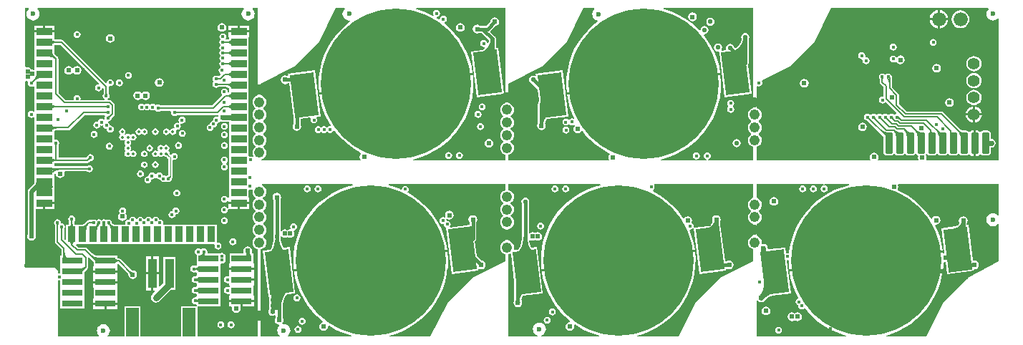
<source format=gbl>
%FSLAX24Y24*%
%MOIN*%
G70*
G01*
G75*
G04 Layer_Physical_Order=4*
G04 Layer_Color=16711680*
%ADD10C,0.0080*%
%ADD11C,0.0160*%
%ADD12C,0.0200*%
%ADD13C,0.0300*%
%ADD14C,0.0040*%
%ADD15C,0.0100*%
%ADD16C,0.0120*%
%ADD17C,0.0240*%
%ADD18C,0.0090*%
%ADD19R,0.0200X0.0200*%
%ADD20R,0.0200X0.0200*%
%ADD21C,0.0098*%
%ADD22C,0.0276*%
%ADD23R,0.0236X0.0413*%
%ADD24P,0.0283X4X90.0*%
%ADD25R,0.0940X0.0650*%
%ADD26R,0.0100X0.0270*%
%ADD27R,0.0550X0.0470*%
%ADD28R,0.0160X0.0440*%
G04:AMPARAMS|DCode=29|XSize=20mil|YSize=8mil|CornerRadius=3mil|HoleSize=0mil|Usage=FLASHONLY|Rotation=90.000|XOffset=0mil|YOffset=0mil|HoleType=Round|Shape=RoundedRectangle|*
%AMROUNDEDRECTD29*
21,1,0.0200,0.0020,0,0,90.0*
21,1,0.0140,0.0080,0,0,90.0*
1,1,0.0060,0.0010,0.0070*
1,1,0.0060,0.0010,-0.0070*
1,1,0.0060,-0.0010,-0.0070*
1,1,0.0060,-0.0010,0.0070*
%
%ADD29ROUNDEDRECTD29*%
G04:AMPARAMS|DCode=30|XSize=20mil|YSize=8mil|CornerRadius=3mil|HoleSize=0mil|Usage=FLASHONLY|Rotation=0.000|XOffset=0mil|YOffset=0mil|HoleType=Round|Shape=RoundedRectangle|*
%AMROUNDEDRECTD30*
21,1,0.0200,0.0020,0,0,0.0*
21,1,0.0140,0.0080,0,0,0.0*
1,1,0.0060,0.0070,-0.0010*
1,1,0.0060,-0.0070,-0.0010*
1,1,0.0060,-0.0070,0.0010*
1,1,0.0060,0.0070,0.0010*
%
%ADD30ROUNDEDRECTD30*%
%ADD31R,0.0360X0.0400*%
%ADD32R,0.0340X0.0310*%
%ADD33R,0.0320X0.0280*%
%ADD34R,0.0560X0.0560*%
%ADD35R,0.0480X0.0560*%
%ADD36R,0.0200X0.0400*%
G04:AMPARAMS|DCode=37|XSize=52mil|YSize=63mil|CornerRadius=5.2mil|HoleSize=0mil|Usage=FLASHONLY|Rotation=180.000|XOffset=0mil|YOffset=0mil|HoleType=Round|Shape=RoundedRectangle|*
%AMROUNDEDRECTD37*
21,1,0.0520,0.0526,0,0,180.0*
21,1,0.0416,0.0630,0,0,180.0*
1,1,0.0104,-0.0208,0.0263*
1,1,0.0104,0.0208,0.0263*
1,1,0.0104,0.0208,-0.0263*
1,1,0.0104,-0.0208,-0.0263*
%
%ADD37ROUNDEDRECTD37*%
%ADD38R,0.0400X0.0360*%
%ADD39R,0.0310X0.0340*%
%ADD40R,0.0400X0.0200*%
G04:AMPARAMS|DCode=41|XSize=52mil|YSize=63mil|CornerRadius=5.2mil|HoleSize=0mil|Usage=FLASHONLY|Rotation=315.000|XOffset=0mil|YOffset=0mil|HoleType=Round|Shape=RoundedRectangle|*
%AMROUNDEDRECTD41*
21,1,0.0520,0.0526,0,0,315.0*
21,1,0.0416,0.0630,0,0,315.0*
1,1,0.0104,-0.0039,-0.0333*
1,1,0.0104,-0.0333,-0.0039*
1,1,0.0104,0.0039,0.0333*
1,1,0.0104,0.0333,0.0039*
%
%ADD41ROUNDEDRECTD41*%
G04:AMPARAMS|DCode=42|XSize=52mil|YSize=63mil|CornerRadius=5.2mil|HoleSize=0mil|Usage=FLASHONLY|Rotation=270.000|XOffset=0mil|YOffset=0mil|HoleType=Round|Shape=RoundedRectangle|*
%AMROUNDEDRECTD42*
21,1,0.0520,0.0526,0,0,270.0*
21,1,0.0416,0.0630,0,0,270.0*
1,1,0.0104,-0.0263,-0.0208*
1,1,0.0104,-0.0263,0.0208*
1,1,0.0104,0.0263,0.0208*
1,1,0.0104,0.0263,-0.0208*
%
%ADD42ROUNDEDRECTD42*%
%ADD43R,0.0280X0.0320*%
%ADD44R,0.0100X0.0220*%
G04:AMPARAMS|DCode=45|XSize=22mil|YSize=10mil|CornerRadius=0mil|HoleSize=0mil|Usage=FLASHONLY|Rotation=45.000|XOffset=0mil|YOffset=0mil|HoleType=Round|Shape=Rectangle|*
%AMROTATEDRECTD45*
4,1,4,-0.0042,-0.0113,-0.0113,-0.0042,0.0042,0.0113,0.0113,0.0042,-0.0042,-0.0113,0.0*
%
%ADD45ROTATEDRECTD45*%

%ADD46R,0.1460X0.0480*%
%ADD47R,0.0560X0.0160*%
%ADD48R,0.0750X0.0910*%
%ADD49R,0.0750X0.0710*%
G04:AMPARAMS|DCode=50|XSize=8mil|YSize=28mil|CornerRadius=4mil|HoleSize=0mil|Usage=FLASHONLY|Rotation=270.000|XOffset=0mil|YOffset=0mil|HoleType=Round|Shape=RoundedRectangle|*
%AMROUNDEDRECTD50*
21,1,0.0080,0.0200,0,0,270.0*
21,1,0.0000,0.0280,0,0,270.0*
1,1,0.0080,-0.0100,0.0000*
1,1,0.0080,-0.0100,0.0000*
1,1,0.0080,0.0100,0.0000*
1,1,0.0080,0.0100,0.0000*
%
%ADD50ROUNDEDRECTD50*%
G04:AMPARAMS|DCode=51|XSize=8mil|YSize=28mil|CornerRadius=4mil|HoleSize=0mil|Usage=FLASHONLY|Rotation=180.000|XOffset=0mil|YOffset=0mil|HoleType=Round|Shape=RoundedRectangle|*
%AMROUNDEDRECTD51*
21,1,0.0080,0.0200,0,0,180.0*
21,1,0.0000,0.0280,0,0,180.0*
1,1,0.0080,0.0000,0.0100*
1,1,0.0080,0.0000,0.0100*
1,1,0.0080,0.0000,-0.0100*
1,1,0.0080,0.0000,-0.0100*
%
%ADD51ROUNDEDRECTD51*%
G04:AMPARAMS|DCode=52|XSize=182mil|YSize=182mil|CornerRadius=4.6mil|HoleSize=0mil|Usage=FLASHONLY|Rotation=180.000|XOffset=0mil|YOffset=0mil|HoleType=Round|Shape=RoundedRectangle|*
%AMROUNDEDRECTD52*
21,1,0.1820,0.1729,0,0,180.0*
21,1,0.1729,0.1820,0,0,180.0*
1,1,0.0091,-0.0865,0.0865*
1,1,0.0091,0.0865,0.0865*
1,1,0.0091,0.0865,-0.0865*
1,1,0.0091,-0.0865,-0.0865*
%
%ADD52ROUNDEDRECTD52*%
G04:AMPARAMS|DCode=53|XSize=182mil|YSize=182mil|CornerRadius=4.6mil|HoleSize=0mil|Usage=FLASHONLY|Rotation=135.000|XOffset=0mil|YOffset=0mil|HoleType=Round|Shape=RoundedRectangle|*
%AMROUNDEDRECTD53*
21,1,0.1820,0.1729,0,0,135.0*
21,1,0.1729,0.1820,0,0,135.0*
1,1,0.0091,0.0000,0.1223*
1,1,0.0091,0.1223,0.0000*
1,1,0.0091,0.0000,-0.1223*
1,1,0.0091,-0.1223,0.0000*
%
%ADD53ROUNDEDRECTD53*%
G04:AMPARAMS|DCode=54|XSize=8mil|YSize=28mil|CornerRadius=4mil|HoleSize=0mil|Usage=FLASHONLY|Rotation=135.000|XOffset=0mil|YOffset=0mil|HoleType=Round|Shape=RoundedRectangle|*
%AMROUNDEDRECTD54*
21,1,0.0080,0.0200,0,0,135.0*
21,1,0.0000,0.0280,0,0,135.0*
1,1,0.0080,0.0071,0.0071*
1,1,0.0080,0.0071,0.0071*
1,1,0.0080,-0.0071,-0.0071*
1,1,0.0080,-0.0071,-0.0071*
%
%ADD54ROUNDEDRECTD54*%
G04:AMPARAMS|DCode=55|XSize=8mil|YSize=28mil|CornerRadius=4mil|HoleSize=0mil|Usage=FLASHONLY|Rotation=225.000|XOffset=0mil|YOffset=0mil|HoleType=Round|Shape=RoundedRectangle|*
%AMROUNDEDRECTD55*
21,1,0.0080,0.0200,0,0,225.0*
21,1,0.0000,0.0280,0,0,225.0*
1,1,0.0080,-0.0071,0.0071*
1,1,0.0080,-0.0071,0.0071*
1,1,0.0080,0.0071,-0.0071*
1,1,0.0080,0.0071,-0.0071*
%
%ADD55ROUNDEDRECTD55*%
%ADD56P,0.0283X4X360.0*%
%ADD57R,0.0600X0.0950*%
%ADD58R,0.0240X0.0160*%
G04:AMPARAMS|DCode=59|XSize=14mil|YSize=14mil|CornerRadius=7mil|HoleSize=0mil|Usage=FLASHONLY|Rotation=0.000|XOffset=0mil|YOffset=0mil|HoleType=Round|Shape=RoundedRectangle|*
%AMROUNDEDRECTD59*
21,1,0.0140,0.0000,0,0,0.0*
21,1,0.0000,0.0140,0,0,0.0*
1,1,0.0140,0.0000,0.0000*
1,1,0.0140,0.0000,0.0000*
1,1,0.0140,0.0000,0.0000*
1,1,0.0140,0.0000,0.0000*
%
%ADD59ROUNDEDRECTD59*%
%ADD60R,0.0165X0.0400*%
%ADD61C,0.0236*%
%ADD62R,0.0120X0.0400*%
%ADD63R,0.0480X0.0400*%
%ADD64R,0.0400X0.0480*%
%ADD65R,0.0827X0.0206*%
%ADD66R,0.0394X0.0560*%
%ADD67R,0.0827X0.0354*%
%ADD68R,0.0560X0.0394*%
%ADD69R,0.0206X0.0827*%
%ADD70R,0.0354X0.0827*%
G04:AMPARAMS|DCode=71|XSize=100mil|YSize=35mil|CornerRadius=8.8mil|HoleSize=0mil|Usage=FLASHONLY|Rotation=180.000|XOffset=0mil|YOffset=0mil|HoleType=Round|Shape=RoundedRectangle|*
%AMROUNDEDRECTD71*
21,1,0.1000,0.0175,0,0,180.0*
21,1,0.0825,0.0350,0,0,180.0*
1,1,0.0175,-0.0413,0.0088*
1,1,0.0175,0.0413,0.0088*
1,1,0.0175,0.0413,-0.0088*
1,1,0.0175,-0.0413,-0.0088*
%
%ADD71ROUNDEDRECTD71*%
G04:AMPARAMS|DCode=72|XSize=100mil|YSize=35mil|CornerRadius=8.8mil|HoleSize=0mil|Usage=FLASHONLY|Rotation=90.000|XOffset=0mil|YOffset=0mil|HoleType=Round|Shape=RoundedRectangle|*
%AMROUNDEDRECTD72*
21,1,0.1000,0.0175,0,0,90.0*
21,1,0.0825,0.0350,0,0,90.0*
1,1,0.0175,0.0088,0.0413*
1,1,0.0175,0.0088,-0.0413*
1,1,0.0175,-0.0088,-0.0413*
1,1,0.0175,-0.0088,0.0413*
%
%ADD72ROUNDEDRECTD72*%
%ADD73R,0.0950X0.0300*%
%ADD74R,0.0512X0.0866*%
%ADD75R,0.0512X0.0551*%
%ADD76C,0.0160*%
%ADD77C,0.0630*%
%ADD78C,0.0360*%
%ADD79C,0.0070*%
%ADD80C,0.0060*%
%ADD81C,0.0400*%
%ADD82C,0.0280*%
%ADD83R,0.0520X0.0140*%
%ADD84R,0.0108X0.0250*%
%ADD85R,0.0247X0.0144*%
%ADD86R,0.0230X0.0158*%
%ADD87R,0.0095X0.0038*%
%ADD88R,0.0150X0.0200*%
%ADD89R,0.1410X0.0970*%
%ADD90R,0.0180X0.0170*%
%ADD91C,0.0551*%
%ADD92C,0.0660*%
%ADD93C,0.0160*%
%ADD94C,0.0240*%
%ADD95C,0.0140*%
%ADD96C,0.0480*%
%ADD97C,0.0210*%
%ADD98C,0.0410*%
%ADD99R,0.0250X0.0040*%
G04:AMPARAMS|DCode=100|XSize=700mil|YSize=700mil|CornerRadius=350mil|HoleSize=0mil|Usage=FLASHONLY|Rotation=277.000|XOffset=0mil|YOffset=0mil|HoleType=Round|Shape=RoundedRectangle|*
%AMROUNDEDRECTD100*
21,1,0.7000,0.0000,0,0,277.0*
21,1,0.0000,0.7000,0,0,277.0*
1,1,0.7000,0.0000,0.0000*
1,1,0.7000,0.0000,0.0000*
1,1,0.7000,0.0000,0.0000*
1,1,0.7000,0.0000,0.0000*
%
%ADD100ROUNDEDRECTD100*%
G04:AMPARAMS|DCode=101|XSize=200mil|YSize=110mil|CornerRadius=0mil|HoleSize=0mil|Usage=FLASHONLY|Rotation=277.000|XOffset=0mil|YOffset=0mil|HoleType=Round|Shape=Rectangle|*
%AMROTATEDRECTD101*
4,1,4,-0.0668,0.0926,0.0424,0.1060,0.0668,-0.0926,-0.0424,-0.1060,-0.0668,0.0926,0.0*
%
%ADD101ROTATEDRECTD101*%

%ADD102R,0.0600X0.1340*%
%ADD103R,0.0400X0.1380*%
%ADD104R,0.0750X0.0360*%
%ADD105R,0.0360X0.0750*%
%ADD106R,0.0250X0.0580*%
G36*
X-215Y11522D02*
X-224Y11479D01*
X-226Y11471D01*
X-288Y11458D01*
X-341Y11423D01*
X-376Y11370D01*
X-388Y11308D01*
X-376Y11245D01*
X-341Y11192D01*
X-288Y11157D01*
X-225Y11145D01*
X-163Y11157D01*
X-110Y11192D01*
X-74Y11245D01*
X-62Y11307D01*
X-54Y11309D01*
X-31Y11314D01*
X8Y11282D01*
Y11049D01*
X4Y11039D01*
X-21Y11002D01*
X-33Y10940D01*
X-21Y10878D01*
X15Y10825D01*
X64Y10791D01*
X50Y10744D01*
X-1035D01*
X-1067Y10782D01*
X-1062Y10805D01*
X-1074Y10867D01*
X-1110Y10920D01*
X-1163Y10956D01*
X-1225Y10968D01*
X-1288Y10956D01*
X-1341Y10920D01*
X-1376Y10867D01*
X-1388Y10805D01*
X-1384Y10782D01*
X-1416Y10744D01*
X-1764D01*
X-2092Y11072D01*
Y12664D01*
X-2101Y12710D01*
X-2127Y12750D01*
X-2127Y12750D01*
X-2126Y12752D01*
X-2141Y12764D01*
X-2257Y12879D01*
X-2256Y12880D01*
X-2263Y12885D01*
X-2281Y12903D01*
X-2293Y12934D01*
X-2293Y12935D01*
X-2293D01*
X-2295Y12947D01*
Y13175D01*
Y13298D01*
X-2227Y13312D01*
X-2217Y13311D01*
Y13312D01*
X-2005D01*
X-215Y11522D01*
D02*
G37*
G36*
X30265Y10368D02*
X30251Y10367D01*
X30173Y10334D01*
X30107Y10283D01*
X30055Y10216D01*
X30023Y10138D01*
X30012Y10055D01*
X30023Y9971D01*
X30055Y9893D01*
X30107Y9827D01*
X30161Y9785D01*
Y9735D01*
X30107Y9693D01*
X30055Y9626D01*
X30023Y9548D01*
X30012Y9465D01*
X30023Y9381D01*
X30055Y9303D01*
X30107Y9237D01*
X30161Y9195D01*
Y9145D01*
X30107Y9103D01*
X30055Y9036D01*
X30023Y8958D01*
X30012Y8875D01*
X30023Y8791D01*
X30055Y8713D01*
X30107Y8647D01*
X30173Y8595D01*
X30251Y8563D01*
X30265Y8561D01*
Y7932D01*
X28149D01*
X28145Y7974D01*
X28145D01*
X28144Y7982D01*
X28182Y7989D01*
X28235Y8025D01*
X28271Y8078D01*
X28283Y8140D01*
X28271Y8202D01*
X28235Y8255D01*
X28182Y8291D01*
X28120Y8303D01*
X28058Y8291D01*
X28005Y8255D01*
X27969Y8202D01*
X27957Y8140D01*
X27969Y8078D01*
X28005Y8025D01*
X28058Y7989D01*
X28096Y7982D01*
X28095Y7974D01*
X28095D01*
X28091Y7932D01*
X27639D01*
X27635Y7974D01*
X27635D01*
X27634Y7982D01*
X27672Y7989D01*
X27725Y8025D01*
X27761Y8078D01*
X27773Y8140D01*
X27761Y8202D01*
X27725Y8255D01*
X27672Y8291D01*
X27610Y8303D01*
X27548Y8291D01*
X27495Y8255D01*
X27459Y8202D01*
X27447Y8140D01*
X27459Y8078D01*
X27495Y8025D01*
X27548Y7989D01*
X27586Y7982D01*
X27585Y7974D01*
X27585D01*
X27581Y7932D01*
X25963D01*
X25957Y7981D01*
X26284Y8072D01*
X26614Y8199D01*
X26930Y8358D01*
X27229Y8547D01*
X27508Y8764D01*
X27764Y9008D01*
X27995Y9276D01*
X28199Y9565D01*
X28373Y9872D01*
X28517Y10196D01*
X28628Y10532D01*
X28706Y10877D01*
X28749Y11228D01*
X28758Y11581D01*
X28736Y11884D01*
X25161Y11445D01*
X21586Y11006D01*
X21638Y10707D01*
X21732Y10366D01*
X21859Y10036D01*
X21921Y9913D01*
X21899Y9881D01*
X21892Y9871D01*
X21830Y9883D01*
X21768Y9871D01*
X21715Y9835D01*
X21706Y9822D01*
X21656D01*
X21650Y9830D01*
X21597Y9866D01*
X21535Y9878D01*
X21472Y9866D01*
X21419Y9830D01*
X21384Y9777D01*
X21372Y9715D01*
X21384Y9652D01*
X21419Y9599D01*
X21472Y9564D01*
X21534Y9552D01*
Y9503D01*
X21534D01*
Y9502D01*
X21478Y9491D01*
X21425Y9455D01*
X21389Y9402D01*
X21377Y9340D01*
X21389Y9278D01*
X21425Y9225D01*
X21478Y9189D01*
X21540Y9177D01*
X21602Y9189D01*
X21655Y9225D01*
X21691Y9278D01*
X21703Y9340D01*
X21691Y9402D01*
X21655Y9455D01*
X21602Y9491D01*
X21541Y9503D01*
Y9552D01*
X21541D01*
Y9553D01*
X21597Y9564D01*
X21650Y9599D01*
X21659Y9613D01*
X21709D01*
X21715Y9605D01*
X21768Y9569D01*
X21830Y9557D01*
X21892Y9569D01*
X21913Y9583D01*
X21941Y9542D01*
X21897Y9476D01*
X21881Y9398D01*
X21897Y9320D01*
X21941Y9253D01*
X22007Y9209D01*
X22085Y9194D01*
X22163Y9209D01*
X22229Y9253D01*
X22255Y9293D01*
X22305Y9295D01*
X22424Y9142D01*
X22668Y8886D01*
X22936Y8655D01*
X23225Y8451D01*
X23532Y8276D01*
X23564Y8262D01*
X23578Y8214D01*
X23536Y8153D01*
X23521Y8075D01*
X23536Y7997D01*
X23550Y7976D01*
X23527Y7932D01*
X18865D01*
Y8201D01*
X18878Y8203D01*
X18956Y8235D01*
X19023Y8287D01*
X19074Y8353D01*
X19107Y8431D01*
X19118Y8515D01*
X19107Y8598D01*
X19074Y8676D01*
X19023Y8743D01*
X18969Y8785D01*
Y8835D01*
X19023Y8877D01*
X19074Y8943D01*
X19107Y9021D01*
X19118Y9105D01*
X19107Y9188D01*
X19074Y9266D01*
X19023Y9333D01*
X18969Y9375D01*
Y9425D01*
X19023Y9467D01*
X19074Y9533D01*
X19107Y9611D01*
X19118Y9695D01*
X19107Y9778D01*
X19074Y9856D01*
X19023Y9923D01*
X18969Y9965D01*
Y10015D01*
X19023Y10057D01*
X19074Y10123D01*
X19107Y10201D01*
X19118Y10285D01*
X19107Y10368D01*
X19074Y10446D01*
X19023Y10513D01*
X18956Y10564D01*
X18878Y10597D01*
X18865Y10598D01*
Y11513D01*
X20417Y12299D01*
X21590Y13473D01*
X22365Y15023D01*
X22853D01*
X22869Y14975D01*
X22850Y14961D01*
X22801Y14898D01*
X22771Y14824D01*
X22761Y14745D01*
X22771Y14666D01*
X22801Y14593D01*
X22850Y14530D01*
X22913Y14481D01*
X22986Y14451D01*
X23012Y14448D01*
X23025Y14399D01*
X22802Y14225D01*
X22546Y13982D01*
X22315Y13714D01*
X22111Y13425D01*
X21936Y13117D01*
X21793Y12794D01*
X21682Y12458D01*
X21604Y12113D01*
X21560Y11762D01*
X21551Y11408D01*
X21574Y11105D01*
X25149Y11544D01*
X28724Y11983D01*
X28672Y12283D01*
X28578Y12624D01*
X28451Y12954D01*
X28292Y13270D01*
X28103Y13569D01*
X27948Y13768D01*
X27974Y13810D01*
X27995Y13806D01*
X28067Y13821D01*
X28128Y13861D01*
X28169Y13923D01*
X28183Y13995D01*
X28169Y14067D01*
X28128Y14128D01*
X28067Y14169D01*
X27995Y14183D01*
X27923Y14169D01*
X27861Y14128D01*
X27821Y14067D01*
X27806Y13995D01*
X27803Y13994D01*
X27755Y13985D01*
X27642Y14104D01*
X27374Y14335D01*
X27085Y14539D01*
X26777Y14713D01*
X26454Y14857D01*
X26118Y14968D01*
X26096Y14973D01*
X26102Y15023D01*
X30265D01*
Y10368D01*
D02*
G37*
G36*
X34714Y6768D02*
X34386Y6678D01*
X34056Y6551D01*
X33740Y6392D01*
X33441Y6203D01*
X33162Y5985D01*
X32906Y5742D01*
X32675Y5474D01*
X32471Y5185D01*
X32296Y4877D01*
X32153Y4554D01*
X32042Y4218D01*
X31964Y3873D01*
X31935Y3638D01*
X31894Y3608D01*
X31870Y3613D01*
X31812Y3602D01*
X31771Y3631D01*
X31741Y3879D01*
X30971Y3785D01*
X30934Y3818D01*
Y3847D01*
X30918Y3925D01*
X30874Y3991D01*
X30808Y4035D01*
X30730Y4051D01*
X30690Y4043D01*
X30654Y4077D01*
X30658Y4105D01*
X30647Y4188D01*
X30614Y4266D01*
X30563Y4333D01*
X30496Y4384D01*
X30418Y4417D01*
X30405Y4418D01*
Y4971D01*
X30418Y4973D01*
X30496Y5005D01*
X30563Y5057D01*
X30614Y5123D01*
X30647Y5201D01*
X30658Y5285D01*
X30647Y5368D01*
X30614Y5446D01*
X30563Y5513D01*
X30509Y5555D01*
Y5605D01*
X30563Y5647D01*
X30614Y5713D01*
X30647Y5791D01*
X30658Y5875D01*
X30647Y5958D01*
X30614Y6036D01*
X30563Y6103D01*
X30496Y6154D01*
X30418Y6187D01*
X30405Y6188D01*
Y6818D01*
X33536D01*
X33541Y6768D01*
X33503Y6761D01*
X33450Y6725D01*
X33415Y6672D01*
X33403Y6610D01*
X33415Y6548D01*
X33450Y6495D01*
X33503Y6459D01*
X33566Y6447D01*
X33628Y6459D01*
X33681Y6495D01*
X33716Y6548D01*
X33729Y6610D01*
X33716Y6672D01*
X33681Y6725D01*
X33628Y6761D01*
X33591Y6768D01*
X33596Y6818D01*
X34707D01*
X34714Y6768D01*
D02*
G37*
G36*
X30265Y6188D02*
X30251Y6187D01*
X30173Y6154D01*
X30107Y6103D01*
X30055Y6036D01*
X30023Y5958D01*
X30012Y5875D01*
X30023Y5791D01*
X30055Y5713D01*
X30107Y5647D01*
X30161Y5605D01*
Y5555D01*
X30107Y5513D01*
X30055Y5446D01*
X30023Y5368D01*
X30012Y5285D01*
X30023Y5201D01*
X30055Y5123D01*
X30107Y5057D01*
X30173Y5005D01*
X30251Y4973D01*
X30265Y4971D01*
Y4418D01*
X30251Y4417D01*
X30173Y4384D01*
X30107Y4333D01*
X30055Y4266D01*
X30023Y4188D01*
X30012Y4105D01*
X30023Y4021D01*
X30055Y3943D01*
X30107Y3877D01*
X30173Y3825D01*
X30251Y3793D01*
X30265Y3791D01*
Y3247D01*
X28723Y2450D01*
X27539Y1277D01*
X26774Y-273D01*
X24874D01*
X24867Y-223D01*
X25104Y-158D01*
X25434Y-31D01*
X25750Y128D01*
X26049Y317D01*
X26328Y534D01*
X26584Y778D01*
X26815Y1046D01*
X27019Y1335D01*
X27193Y1642D01*
X27337Y1966D01*
X27448Y2302D01*
X27526Y2647D01*
X27569Y2998D01*
X27578Y3351D01*
X27556Y3654D01*
X23981Y3215D01*
X20406Y2776D01*
X20458Y2477D01*
X20552Y2136D01*
X20679Y1806D01*
X20838Y1490D01*
X21027Y1191D01*
X21244Y912D01*
X21488Y656D01*
X21725Y451D01*
X21713Y402D01*
X21642Y388D01*
X21576Y344D01*
X21532Y278D01*
X21516Y200D01*
X21532Y122D01*
X21576Y56D01*
X21642Y12D01*
X21720Y-4D01*
X21798Y12D01*
X21864Y56D01*
X21908Y122D01*
X21924Y200D01*
X21913Y257D01*
X21954Y284D01*
X22045Y221D01*
X22352Y46D01*
X22676Y-97D01*
X23012Y-208D01*
X23078Y-223D01*
X23072Y-273D01*
X20389D01*
X20379Y-224D01*
X20452Y-194D01*
X20515Y-145D01*
X20564Y-82D01*
X20594Y-9D01*
X20605Y70D01*
X20594Y149D01*
X20564Y222D01*
X20515Y285D01*
X20452Y334D01*
X20379Y364D01*
X20300Y375D01*
X20221Y364D01*
X20148Y334D01*
X20085Y285D01*
X20036Y222D01*
X20006Y149D01*
X19995Y70D01*
X20006Y-9D01*
X20036Y-82D01*
X20085Y-145D01*
X20148Y-194D01*
X20221Y-224D01*
X20211Y-273D01*
X18865D01*
Y3561D01*
X18878Y3563D01*
X18929Y3584D01*
X18972Y3559D01*
X19132Y2256D01*
Y1946D01*
X19131Y1945D01*
X19132D01*
Y1760D01*
X19131Y1756D01*
X19132D01*
Y1573D01*
X19131Y1568D01*
X19132D01*
Y1411D01*
X19106Y1373D01*
X19091Y1295D01*
X19106Y1217D01*
X19151Y1151D01*
X19217Y1106D01*
X19295Y1091D01*
X19373Y1106D01*
X19439Y1151D01*
X19483Y1217D01*
X19499Y1295D01*
X19483Y1373D01*
X19471Y1391D01*
X19472Y1397D01*
X19472D01*
X19472Y1402D01*
X19467Y1403D01*
X19475Y1445D01*
X19469Y1478D01*
X19471Y1497D01*
X19517Y1607D01*
X19536Y1632D01*
X20464Y1746D01*
X20201Y3889D01*
X19935Y3857D01*
X19881Y3957D01*
X19824Y4145D01*
X19818Y4203D01*
X19861Y4229D01*
X19902Y4202D01*
X19980Y4186D01*
X20058Y4202D01*
X20100Y4230D01*
X20142Y4202D01*
X20220Y4186D01*
X20298Y4202D01*
X20364Y4246D01*
X20408Y4312D01*
X20424Y4390D01*
X20408Y4468D01*
X20364Y4534D01*
X20298Y4578D01*
X20220Y4594D01*
X20142Y4578D01*
X20100Y4550D01*
X20058Y4578D01*
X19980Y4594D01*
X19902Y4578D01*
X19852Y4545D01*
X19808Y4569D01*
Y5926D01*
X19819Y5943D01*
X19833Y6015D01*
X19819Y6087D01*
X19778Y6148D01*
X19717Y6189D01*
X19645Y6203D01*
X19573Y6189D01*
X19511Y6148D01*
X19471Y6087D01*
X19456Y6015D01*
X19471Y5943D01*
X19482Y5926D01*
Y4340D01*
X19481D01*
X19482Y4327D01*
Y4277D01*
X19466Y4119D01*
X19412Y3941D01*
X19327Y3782D01*
X19142Y3760D01*
X19107Y3795D01*
X19118Y3875D01*
X19107Y3958D01*
X19074Y4036D01*
X19023Y4103D01*
X18956Y4154D01*
X18878Y4187D01*
X18865Y4188D01*
Y4741D01*
X18878Y4743D01*
X18956Y4775D01*
X19023Y4827D01*
X19074Y4893D01*
X19107Y4971D01*
X19118Y5055D01*
X19107Y5138D01*
X19074Y5216D01*
X19023Y5283D01*
X18969Y5325D01*
Y5375D01*
X19023Y5417D01*
X19074Y5483D01*
X19107Y5561D01*
X19118Y5645D01*
X19107Y5728D01*
X19074Y5806D01*
X19023Y5873D01*
X18969Y5915D01*
Y5965D01*
X19023Y6007D01*
X19074Y6073D01*
X19107Y6151D01*
X19118Y6235D01*
X19107Y6318D01*
X19074Y6396D01*
X19023Y6463D01*
X18956Y6514D01*
X18878Y6547D01*
X18865Y6548D01*
Y6818D01*
X23131D01*
X23138Y6768D01*
X22846Y6688D01*
X22516Y6561D01*
X22200Y6402D01*
X21901Y6213D01*
X21622Y5995D01*
X21366Y5752D01*
X21135Y5484D01*
X20931Y5195D01*
X20756Y4887D01*
X20613Y4564D01*
X20502Y4228D01*
X20424Y3883D01*
X20380Y3532D01*
X20371Y3178D01*
X20394Y2875D01*
X23969Y3314D01*
X27544Y3753D01*
X27492Y4053D01*
X27398Y4394D01*
X27291Y4672D01*
X27320Y4707D01*
X27382Y4719D01*
X27435Y4755D01*
X27441Y4763D01*
X27471Y4756D01*
D01*
X27490Y4752D01*
X27749Y2640D01*
X29000Y2794D01*
X28991Y2864D01*
X29034Y2891D01*
X29061Y2873D01*
X29139Y2857D01*
X29217Y2873D01*
X29283Y2917D01*
X29327Y2983D01*
X29343Y3061D01*
X29327Y3139D01*
X29283Y3205D01*
X29217Y3249D01*
X29139Y3265D01*
X29061Y3249D01*
X29029Y3228D01*
X28946D01*
X28736Y4938D01*
X28736D01*
X28708Y4963D01*
Y5059D01*
X28733Y5097D01*
X28749Y5175D01*
X28733Y5253D01*
X28689Y5319D01*
X28623Y5363D01*
X28545Y5379D01*
X28467Y5363D01*
X28401Y5319D01*
X28356Y5253D01*
X28341Y5175D01*
X28356Y5097D01*
X28367Y5081D01*
X28340Y5017D01*
X28290Y4952D01*
X28225Y4902D01*
X28149Y4871D01*
X28107Y4865D01*
X28107Y4865D01*
X28107Y4865D01*
X27508Y4787D01*
X27474Y4823D01*
X27483Y4870D01*
X27471Y4932D01*
X27435Y4985D01*
X27406Y5005D01*
X27398Y5042D01*
X27398D01*
X27398Y5042D01*
X27414Y5120D01*
X27398Y5198D01*
X27354Y5264D01*
X27288Y5309D01*
X27210Y5324D01*
X27132Y5309D01*
X27066Y5264D01*
X27042Y5229D01*
X26992Y5229D01*
X26923Y5339D01*
X26705Y5618D01*
X26462Y5874D01*
X26194Y6105D01*
X25905Y6309D01*
X25597Y6483D01*
X25577Y6493D01*
X25576Y6495D01*
X25572Y6542D01*
X25620Y6575D01*
X25656Y6628D01*
X25668Y6690D01*
X25656Y6752D01*
X25641Y6774D01*
X25665Y6818D01*
X30265D01*
Y6188D01*
D02*
G37*
G36*
X41703Y5372D02*
X41655Y5355D01*
X41636Y5381D01*
X41573Y5429D01*
X41499Y5460D01*
X41420Y5470D01*
X41342Y5460D01*
X41268Y5429D01*
X41205Y5381D01*
X41157Y5318D01*
X41126Y5244D01*
X41116Y5166D01*
X41126Y5087D01*
X41157Y5013D01*
X41205Y4950D01*
X41268Y4902D01*
X41342Y4871D01*
X41420Y4861D01*
X41499Y4871D01*
X41573Y4902D01*
X41636Y4950D01*
X41655Y4976D01*
X41703Y4959D01*
Y3224D01*
X40253Y2450D01*
X39079Y1277D01*
X38304Y-273D01*
X36450D01*
X36443Y-223D01*
X36644Y-168D01*
X36974Y-41D01*
X37290Y118D01*
X37589Y307D01*
X37868Y524D01*
X38124Y768D01*
X38355Y1036D01*
X38559Y1325D01*
X38733Y1632D01*
X38877Y1956D01*
X38988Y2292D01*
X39066Y2637D01*
X39109Y2988D01*
X39114Y3172D01*
X39153Y3203D01*
X39215Y3191D01*
X39221Y3187D01*
X39289Y2630D01*
X40540Y2784D01*
X40533Y2839D01*
X40561Y2865D01*
X40639Y2880D01*
X40705Y2924D01*
X40749Y2991D01*
X40765Y3069D01*
X40749Y3147D01*
X40705Y3213D01*
X40639Y3257D01*
X40561Y3273D01*
X40518Y3264D01*
X40501Y3276D01*
X40477Y3293D01*
Y3293D01*
X40477D01*
X40276Y4928D01*
X40276D01*
X40228Y4934D01*
X40203Y4956D01*
Y5004D01*
X40228Y5042D01*
X40244Y5120D01*
X40228Y5198D01*
X40184Y5264D01*
X40118Y5308D01*
X40040Y5324D01*
X39962Y5308D01*
X39896Y5264D01*
X39852Y5198D01*
X39836Y5120D01*
X39852Y5042D01*
X39860Y5030D01*
X39841Y4985D01*
X39798Y4929D01*
X39742Y4886D01*
X39677Y4859D01*
X39643Y4855D01*
Y4855D01*
X39226Y4799D01*
X39026Y4774D01*
X39168Y3619D01*
X39124Y3594D01*
X39098Y3614D01*
X39096Y3644D01*
X35521Y3205D01*
X31946Y2766D01*
X31998Y2467D01*
X32092Y2126D01*
X32219Y1796D01*
X32348Y1538D01*
X32328Y1496D01*
X32275Y1460D01*
X32239Y1407D01*
X32227Y1345D01*
X32239Y1283D01*
X32275Y1230D01*
X32328Y1194D01*
X32364Y1187D01*
X32357Y1150D01*
X32369Y1088D01*
X32405Y1035D01*
X32458Y999D01*
X32520Y987D01*
X32582Y999D01*
X32635Y1035D01*
X32680Y1036D01*
X32784Y902D01*
X33028Y646D01*
X33296Y415D01*
X33585Y211D01*
X33892Y36D01*
X34216Y-107D01*
X34552Y-218D01*
X34573Y-223D01*
X34568Y-273D01*
X30405D01*
Y1411D01*
X30453Y1425D01*
X30486Y1376D01*
X30552Y1332D01*
X30630Y1316D01*
X30708Y1332D01*
X30774Y1376D01*
X30883Y1485D01*
X30961Y1549D01*
X31067Y1605D01*
X31151Y1631D01*
X32004Y1736D01*
X31817Y3256D01*
X31854Y3290D01*
X31870Y3287D01*
X31875Y3288D01*
X31914Y3256D01*
X31911Y3168D01*
X31934Y2865D01*
X35509Y3304D01*
X39084Y3743D01*
X39032Y4043D01*
X38938Y4384D01*
X38811Y4714D01*
X38715Y4903D01*
X38746Y4943D01*
X38780Y4936D01*
X38858Y4952D01*
X38924Y4996D01*
X38968Y5062D01*
X38984Y5140D01*
X38968Y5218D01*
X38924Y5284D01*
X38858Y5328D01*
X38780Y5344D01*
X38702Y5328D01*
X38636Y5284D01*
X38592Y5218D01*
X38591Y5213D01*
X38542Y5204D01*
X38463Y5329D01*
X38245Y5608D01*
X38002Y5864D01*
X37734Y6095D01*
X37445Y6299D01*
X37137Y6473D01*
X36989Y6539D01*
X36975Y6587D01*
X36998Y6622D01*
X37014Y6700D01*
X36998Y6778D01*
X37020Y6818D01*
X41703D01*
Y5372D01*
D02*
G37*
G36*
X18735Y10600D02*
X18711Y10597D01*
X18633Y10564D01*
X18567Y10513D01*
X18515Y10446D01*
X18483Y10368D01*
X18472Y10285D01*
X18483Y10201D01*
X18515Y10123D01*
X18567Y10057D01*
X18621Y10015D01*
Y9965D01*
X18567Y9923D01*
X18515Y9856D01*
X18483Y9778D01*
X18472Y9695D01*
X18483Y9611D01*
X18515Y9533D01*
X18567Y9467D01*
X18621Y9425D01*
Y9375D01*
X18567Y9333D01*
X18515Y9266D01*
X18483Y9188D01*
X18472Y9105D01*
X18483Y9021D01*
X18515Y8943D01*
X18567Y8877D01*
X18621Y8835D01*
Y8785D01*
X18567Y8743D01*
X18515Y8676D01*
X18483Y8598D01*
X18472Y8515D01*
X18483Y8431D01*
X18515Y8353D01*
X18567Y8287D01*
X18633Y8235D01*
X18711Y8203D01*
X18735Y8200D01*
Y7932D01*
X14433D01*
X14427Y7981D01*
X14754Y8072D01*
X15084Y8199D01*
X15400Y8358D01*
X15699Y8547D01*
X15978Y8764D01*
X16234Y9008D01*
X16465Y9276D01*
X16669Y9565D01*
X16843Y9872D01*
X16987Y10196D01*
X17098Y10532D01*
X17176Y10877D01*
X17219Y11228D01*
X17228Y11581D01*
X17206Y11884D01*
X13631Y11445D01*
X10056Y11006D01*
X10108Y10707D01*
X10202Y10366D01*
X10329Y10036D01*
X10488Y9720D01*
X10583Y9569D01*
X10555Y9528D01*
X10555Y9528D01*
X10492Y9516D01*
X10439Y9480D01*
X10390D01*
X10337Y9516D01*
X10275Y9528D01*
X10212Y9516D01*
X10159Y9480D01*
X10120D01*
X10067Y9516D01*
X10005Y9528D01*
X9942Y9516D01*
X9889Y9480D01*
X9854Y9427D01*
X9842Y9365D01*
X9854Y9302D01*
X9889Y9249D01*
X9942Y9214D01*
X10005Y9202D01*
X10067Y9214D01*
X10120Y9249D01*
X10159D01*
X10212Y9214D01*
X10275Y9202D01*
X10337Y9214D01*
X10390Y9249D01*
X10439D01*
X10492Y9214D01*
X10555Y9202D01*
X10617Y9214D01*
X10670Y9249D01*
X10706Y9302D01*
X10707Y9309D01*
X10755Y9320D01*
X10894Y9142D01*
X11138Y8886D01*
X11406Y8655D01*
X11695Y8451D01*
X11947Y8308D01*
X11996Y8234D01*
X11952Y8168D01*
X11936Y8090D01*
X11952Y8012D01*
X11976Y7976D01*
X11952Y7932D01*
X7377D01*
X7368Y7981D01*
X7426Y8005D01*
X7493Y8057D01*
X7544Y8123D01*
X7577Y8201D01*
X7588Y8285D01*
X7577Y8368D01*
X7544Y8446D01*
X7493Y8513D01*
X7439Y8555D01*
Y8605D01*
X7493Y8647D01*
X7544Y8713D01*
X7577Y8791D01*
X7588Y8875D01*
X7577Y8958D01*
X7544Y9036D01*
X7493Y9103D01*
X7439Y9145D01*
Y9195D01*
X7493Y9237D01*
X7544Y9303D01*
X7577Y9381D01*
X7588Y9465D01*
X7577Y9548D01*
X7544Y9626D01*
X7493Y9693D01*
X7439Y9735D01*
Y9785D01*
X7493Y9827D01*
X7544Y9893D01*
X7577Y9971D01*
X7588Y10055D01*
X7577Y10138D01*
X7544Y10216D01*
X7493Y10283D01*
X7439Y10325D01*
Y10375D01*
X7493Y10417D01*
X7544Y10483D01*
X7577Y10561D01*
X7588Y10645D01*
X7577Y10728D01*
X7544Y10806D01*
X7493Y10873D01*
X7426Y10924D01*
X7348Y10957D01*
X7335Y10958D01*
Y11513D01*
X8877Y12299D01*
X10050Y13473D01*
X10825Y15023D01*
X11221D01*
X11238Y14975D01*
X11225Y14965D01*
X11176Y14902D01*
X11146Y14829D01*
X11135Y14750D01*
X11146Y14671D01*
X11176Y14598D01*
X11225Y14535D01*
X11288Y14486D01*
X11361Y14456D01*
X11440Y14445D01*
X11483Y14451D01*
X11502Y14405D01*
X11272Y14225D01*
X11016Y13982D01*
X10785Y13714D01*
X10581Y13425D01*
X10406Y13117D01*
X10263Y12794D01*
X10152Y12458D01*
X10074Y12113D01*
X10030Y11762D01*
X10022Y11408D01*
X10044Y11105D01*
X13619Y11544D01*
X17194Y11983D01*
X17142Y12283D01*
X17048Y12624D01*
X16921Y12954D01*
X16762Y13270D01*
X16573Y13569D01*
X16355Y13848D01*
X16112Y14104D01*
X15901Y14286D01*
X15887Y14354D01*
X15940Y14389D01*
X15976Y14442D01*
X15988Y14505D01*
X15976Y14567D01*
X15940Y14620D01*
X15887Y14656D01*
X15825Y14668D01*
X15762Y14656D01*
X15709Y14620D01*
X15674Y14567D01*
X15663Y14514D01*
X15617Y14495D01*
X15555Y14539D01*
X15512Y14563D01*
X15520Y14613D01*
X15577Y14624D01*
X15630Y14659D01*
X15666Y14712D01*
X15678Y14775D01*
X15666Y14837D01*
X15630Y14890D01*
X15577Y14926D01*
X15515Y14938D01*
X15452Y14926D01*
X15399Y14890D01*
X15364Y14837D01*
X15352Y14775D01*
X15364Y14712D01*
X15374Y14697D01*
X15340Y14661D01*
X15247Y14713D01*
X14924Y14857D01*
X14588Y14968D01*
X14566Y14973D01*
X14572Y15023D01*
X18735D01*
Y10600D01*
D02*
G37*
G36*
Y6550D02*
X18711Y6547D01*
X18633Y6514D01*
X18567Y6463D01*
X18515Y6396D01*
X18483Y6318D01*
X18472Y6235D01*
X18483Y6151D01*
X18515Y6073D01*
X18567Y6007D01*
X18621Y5965D01*
Y5915D01*
X18567Y5873D01*
X18515Y5806D01*
X18483Y5728D01*
X18472Y5645D01*
X18483Y5561D01*
X18515Y5483D01*
X18567Y5417D01*
X18621Y5375D01*
Y5325D01*
X18567Y5283D01*
X18515Y5216D01*
X18483Y5138D01*
X18472Y5055D01*
X18483Y4971D01*
X18515Y4893D01*
X18567Y4827D01*
X18633Y4775D01*
X18711Y4743D01*
X18735Y4740D01*
Y4190D01*
X18711Y4187D01*
X18633Y4154D01*
X18567Y4103D01*
X18515Y4036D01*
X18483Y3958D01*
X18472Y3875D01*
X18483Y3791D01*
X18515Y3713D01*
X18567Y3647D01*
X18633Y3595D01*
X18711Y3563D01*
X18735Y3560D01*
Y3246D01*
X17183Y2450D01*
X16009Y1277D01*
X15234Y-273D01*
X13344D01*
X13337Y-223D01*
X13574Y-158D01*
X13904Y-31D01*
X14220Y128D01*
X14519Y317D01*
X14798Y534D01*
X15054Y778D01*
X15285Y1046D01*
X15489Y1335D01*
X15663Y1642D01*
X15807Y1966D01*
X15918Y2302D01*
X15996Y2647D01*
X16039Y2998D01*
X16048Y3351D01*
X16026Y3654D01*
X12451Y3215D01*
X8876Y2776D01*
X8928Y2477D01*
X9022Y2136D01*
X9149Y1806D01*
X9308Y1490D01*
X9497Y1191D01*
X9714Y912D01*
X9958Y656D01*
X10207Y441D01*
X10194Y393D01*
X10172Y388D01*
X10106Y344D01*
X10062Y278D01*
X10046Y200D01*
X10062Y122D01*
X10106Y56D01*
X10172Y12D01*
X10250Y-4D01*
X10328Y12D01*
X10394Y56D01*
X10438Y122D01*
X10454Y200D01*
X10452Y208D01*
X10494Y235D01*
X10515Y221D01*
X10822Y46D01*
X11146Y-97D01*
X11482Y-208D01*
X11548Y-223D01*
X11542Y-273D01*
X8605D01*
X8589Y-226D01*
X8615Y-205D01*
X8664Y-142D01*
X8694Y-69D01*
X8705Y10D01*
X8694Y89D01*
X8664Y162D01*
X8615Y225D01*
X8552Y274D01*
X8479Y304D01*
X8400Y315D01*
X8363Y310D01*
X8337Y352D01*
X8373Y407D01*
X8389Y485D01*
X8373Y563D01*
X8339Y614D01*
X8338Y617D01*
Y1044D01*
X8351Y1205D01*
X8393Y1383D01*
X8463Y1552D01*
X8553Y1699D01*
X8934Y1746D01*
X8671Y3889D01*
X8400Y3856D01*
X8360Y3921D01*
X8292Y4086D01*
X8250Y4259D01*
X8240Y4387D01*
X8287Y4403D01*
X8306Y4376D01*
X8372Y4332D01*
X8450Y4316D01*
X8528Y4332D01*
X8570Y4360D01*
X8612Y4332D01*
X8690Y4316D01*
X8768Y4332D01*
X8834Y4376D01*
X8878Y4442D01*
X8894Y4520D01*
X8878Y4598D01*
X8857Y4630D01*
X8876Y4676D01*
X8917Y4684D01*
X8970Y4719D01*
X9006Y4772D01*
X9018Y4835D01*
X9006Y4897D01*
X8970Y4950D01*
X8917Y4986D01*
X8855Y4998D01*
X8792Y4986D01*
X8739Y4950D01*
X8704Y4897D01*
X8692Y4835D01*
X8704Y4772D01*
X8706Y4769D01*
X8687Y4723D01*
X8612Y4708D01*
X8570Y4680D01*
X8528Y4708D01*
X8450Y4724D01*
X8372Y4708D01*
X8306Y4664D01*
X8286Y4634D01*
X8238Y4649D01*
Y6099D01*
X8263Y6137D01*
X8279Y6215D01*
X8263Y6293D01*
X8219Y6359D01*
X8153Y6403D01*
X8075Y6419D01*
X7997Y6403D01*
X7931Y6359D01*
X7886Y6293D01*
X7871Y6215D01*
X7886Y6137D01*
X7912Y6099D01*
Y4436D01*
X7910D01*
X7912Y4419D01*
Y4187D01*
X7898Y4050D01*
X7852Y3897D01*
X7790Y3781D01*
X7420Y3736D01*
X7683Y1592D01*
X7683D01*
X7712Y1567D01*
Y1410D01*
X7712Y1409D01*
X7712D01*
Y1137D01*
X7711Y1129D01*
X7712D01*
Y1011D01*
X7686Y973D01*
X7671Y895D01*
X7686Y817D01*
X7731Y751D01*
X7797Y706D01*
X7804Y705D01*
X7812Y699D01*
X7875Y687D01*
X7937Y699D01*
X7946Y705D01*
X7953Y706D01*
X7968Y716D01*
X8012Y693D01*
Y586D01*
X7996Y563D01*
X7981Y485D01*
X7996Y407D01*
X8041Y341D01*
X8107Y296D01*
X8183Y281D01*
X8194Y233D01*
X8185Y225D01*
X8136Y162D01*
X8106Y89D01*
X8095Y10D01*
X8106Y-69D01*
X8136Y-142D01*
X8185Y-205D01*
X8211Y-226D01*
X8195Y-273D01*
X7335D01*
Y3791D01*
X7348Y3793D01*
X7426Y3825D01*
X7493Y3877D01*
X7544Y3943D01*
X7577Y4021D01*
X7588Y4105D01*
X7577Y4188D01*
X7544Y4266D01*
X7493Y4333D01*
X7439Y4375D01*
Y4425D01*
X7493Y4467D01*
X7544Y4533D01*
X7577Y4611D01*
X7588Y4695D01*
X7577Y4778D01*
X7544Y4856D01*
X7493Y4923D01*
X7439Y4965D01*
Y5015D01*
X7493Y5057D01*
X7544Y5123D01*
X7577Y5201D01*
X7588Y5285D01*
X7577Y5368D01*
X7544Y5446D01*
X7493Y5513D01*
X7439Y5555D01*
Y5605D01*
X7493Y5647D01*
X7544Y5713D01*
X7577Y5791D01*
X7588Y5875D01*
X7577Y5958D01*
X7544Y6036D01*
X7493Y6103D01*
X7432Y6150D01*
Y6200D01*
X7493Y6247D01*
X7544Y6313D01*
X7577Y6391D01*
X7588Y6475D01*
X7577Y6558D01*
X7544Y6636D01*
X7493Y6703D01*
X7426Y6754D01*
X7391Y6769D01*
X7401Y6818D01*
X11601D01*
X11608Y6768D01*
X11316Y6688D01*
X10986Y6561D01*
X10670Y6402D01*
X10371Y6213D01*
X10092Y5995D01*
X9836Y5752D01*
X9605Y5484D01*
X9401Y5195D01*
X9226Y4887D01*
X9083Y4564D01*
X8972Y4228D01*
X8894Y3883D01*
X8850Y3532D01*
X8842Y3178D01*
X8864Y2875D01*
X12439Y3314D01*
X16014Y3753D01*
X15962Y4053D01*
X15868Y4394D01*
X15741Y4724D01*
X15582Y5040D01*
X15393Y5339D01*
X15175Y5618D01*
X14932Y5874D01*
X14664Y6105D01*
X14375Y6309D01*
X14172Y6424D01*
X14170Y6469D01*
X14206Y6522D01*
X14218Y6585D01*
X14206Y6647D01*
X14170Y6700D01*
X14117Y6736D01*
X14055Y6748D01*
X13992Y6736D01*
X13939Y6700D01*
X13904Y6647D01*
X13895Y6602D01*
X13851Y6579D01*
X13744Y6627D01*
X13408Y6738D01*
X13274Y6768D01*
X13280Y6818D01*
X18735D01*
Y6550D01*
D02*
G37*
G36*
X7179Y10956D02*
X7103Y10924D01*
X7037Y10873D01*
X6985Y10806D01*
X6953Y10728D01*
X6942Y10645D01*
X6953Y10561D01*
X6985Y10483D01*
X7037Y10417D01*
X7091Y10375D01*
Y10325D01*
X7037Y10283D01*
X6985Y10216D01*
X6953Y10138D01*
X6942Y10055D01*
X6953Y9971D01*
X6985Y9893D01*
X7037Y9827D01*
X7091Y9785D01*
Y9735D01*
X7037Y9693D01*
X6985Y9626D01*
X6953Y9548D01*
X6942Y9465D01*
X6953Y9381D01*
X6985Y9303D01*
X7037Y9237D01*
X7091Y9195D01*
Y9145D01*
X7037Y9103D01*
X6985Y9036D01*
X6953Y8958D01*
X6942Y8875D01*
X6953Y8791D01*
X6985Y8713D01*
X7037Y8647D01*
X7091Y8605D01*
Y8555D01*
X7037Y8513D01*
X6985Y8446D01*
X6953Y8368D01*
X6942Y8285D01*
X6953Y8201D01*
X6985Y8123D01*
X6945Y8092D01*
X6932Y8101D01*
X6870Y8113D01*
X6808Y8101D01*
X6804Y8098D01*
X6760Y8122D01*
Y8175D01*
Y8675D01*
Y9175D01*
Y9675D01*
Y10175D01*
Y10675D01*
Y11175D01*
Y11675D01*
Y12175D01*
Y12675D01*
Y13175D01*
Y13655D01*
X6780D01*
Y13885D01*
X5830D01*
Y13655D01*
X5850D01*
Y13571D01*
X5781Y13558D01*
X5772Y13559D01*
Y13557D01*
X5725D01*
X5701Y13601D01*
X5716Y13622D01*
X5728Y13685D01*
X5716Y13747D01*
X5680Y13800D01*
X5627Y13836D01*
X5565Y13848D01*
X5502Y13836D01*
X5449Y13800D01*
X5414Y13747D01*
X5402Y13685D01*
X5414Y13622D01*
X5449Y13569D01*
Y13550D01*
X5414Y13497D01*
X5402Y13435D01*
X5414Y13372D01*
X5449Y13319D01*
Y13295D01*
X5414Y13242D01*
X5402Y13180D01*
X5414Y13117D01*
X5449Y13064D01*
X5449Y13064D01*
X5439Y13050D01*
X5439Y13050D01*
X5439D01*
X5404Y12997D01*
X5392Y12935D01*
X5404Y12872D01*
X5439Y12819D01*
Y12800D01*
X5404Y12747D01*
X5392Y12685D01*
X5404Y12622D01*
X5439Y12569D01*
X5439Y12569D01*
X5439D01*
X5449Y12545D01*
Y12545D01*
D01*
X5414Y12492D01*
X5402Y12430D01*
X5414Y12368D01*
X5449Y12315D01*
X5449Y12315D01*
X5449D01*
X5462Y12276D01*
X5409Y12240D01*
X5374Y12187D01*
X5362Y12125D01*
X5374Y12062D01*
X5409Y12009D01*
X5462Y11974D01*
X5476Y11929D01*
X5399Y11852D01*
X5349D01*
X5339Y11856D01*
X5302Y11881D01*
X5240Y11893D01*
X5178Y11881D01*
X5125Y11845D01*
X5089Y11792D01*
X5077Y11730D01*
X5089Y11668D01*
X5125Y11615D01*
X5125Y11615D01*
X5094Y11537D01*
X5094Y11537D01*
X5094Y11537D01*
X5082Y11475D01*
X5094Y11412D01*
X5129Y11359D01*
X5182Y11324D01*
X5245Y11312D01*
X5307Y11324D01*
X5344Y11348D01*
X5353Y11352D01*
X5678D01*
X5767Y11341D01*
X5850Y11306D01*
Y11175D01*
Y11111D01*
X5804Y11092D01*
X5793Y11102D01*
X5798Y11125D01*
X5786Y11187D01*
X5750Y11240D01*
X5697Y11276D01*
X5635Y11288D01*
X5572Y11276D01*
X5519Y11240D01*
X5484Y11187D01*
X5472Y11125D01*
X5484Y11062D01*
X5519Y11009D01*
X5527Y11005D01*
X5532Y10955D01*
X5065Y10488D01*
X2654D01*
X2644Y10492D01*
X2608Y10516D01*
X2545Y10529D01*
X2483Y10516D01*
X2434Y10484D01*
X2405Y10527D01*
X2352Y10563D01*
X2290Y10575D01*
X2227Y10563D01*
X2174Y10527D01*
X2149D01*
X2096Y10563D01*
X2034Y10575D01*
X1971Y10563D01*
X1918Y10527D01*
X1893D01*
X1840Y10563D01*
X1778Y10575D01*
X1715Y10563D01*
X1662Y10527D01*
X1627Y10474D01*
X1615Y10412D01*
X1627Y10349D01*
X1662Y10296D01*
X1715Y10261D01*
X1778Y10249D01*
X1840Y10261D01*
X1893Y10296D01*
X1918D01*
X1971Y10261D01*
X2034Y10249D01*
X2096Y10261D01*
X2149Y10296D01*
X2174D01*
X2227Y10261D01*
X2290Y10249D01*
X2352Y10261D01*
X2372Y10274D01*
X2421Y10264D01*
X2430Y10250D01*
X2483Y10215D01*
X2545Y10202D01*
X2608Y10215D01*
X2644Y10239D01*
X2654Y10243D01*
X3124D01*
X3156Y10204D01*
X3147Y10160D01*
X3159Y10098D01*
X3195Y10045D01*
X3248Y10009D01*
X3310Y9997D01*
X3372Y10009D01*
X3409Y10034D01*
X3419Y10038D01*
X5310D01*
X5325Y10041D01*
X5342Y10029D01*
X5345Y10026D01*
X5340Y9976D01*
X5320Y9963D01*
X5270Y9973D01*
X5208Y9961D01*
X5155Y9925D01*
X5119Y9872D01*
X5107Y9810D01*
X5107Y9810D01*
X5107Y9810D01*
X5090Y9785D01*
X5068Y9781D01*
X5015Y9745D01*
X4979Y9692D01*
X4967Y9630D01*
X4967Y9630D01*
X4967Y9630D01*
D01*
X4970Y9613D01*
X4908Y9601D01*
X4855Y9565D01*
X4819Y9512D01*
X4807Y9450D01*
X4819Y9388D01*
X4855Y9335D01*
X4908Y9299D01*
X4970Y9287D01*
X5032Y9299D01*
X5085Y9335D01*
X5121Y9388D01*
X5133Y9450D01*
X5133Y9450D01*
X5133Y9450D01*
D01*
X5130Y9467D01*
D01*
X5192Y9479D01*
X5245Y9515D01*
X5281Y9568D01*
X5293Y9630D01*
D01*
D01*
X5332Y9659D01*
X5332D01*
X5385Y9695D01*
X5421Y9748D01*
X5454Y9761D01*
X5477Y9746D01*
X5555Y9731D01*
X5850D01*
Y9675D01*
Y9175D01*
Y8675D01*
Y8175D01*
Y7675D01*
Y7175D01*
Y6675D01*
Y6215D01*
X5830D01*
Y6207D01*
X5782Y6193D01*
X5750Y6240D01*
X5697Y6276D01*
X5635Y6288D01*
X5572Y6276D01*
X5519Y6240D01*
X5484Y6187D01*
X5472Y6125D01*
X5484Y6062D01*
X5519Y6009D01*
X5572Y5974D01*
X5635Y5962D01*
X5697Y5974D01*
X5750Y6009D01*
X5782Y6057D01*
X5830Y6043D01*
Y5985D01*
X6780D01*
Y6215D01*
X6760D01*
Y6539D01*
X6798Y6571D01*
X6820Y6567D01*
X6882Y6579D01*
X6920Y6605D01*
X6959Y6573D01*
X6953Y6558D01*
X6942Y6475D01*
X6953Y6391D01*
X6985Y6313D01*
X7037Y6247D01*
X7098Y6200D01*
Y6150D01*
X7037Y6103D01*
X6985Y6036D01*
X6953Y5958D01*
X6942Y5875D01*
X6953Y5791D01*
X6985Y5713D01*
X7037Y5647D01*
X7091Y5605D01*
Y5555D01*
X7037Y5513D01*
X6985Y5446D01*
X6953Y5368D01*
X6942Y5285D01*
X6953Y5201D01*
X6985Y5123D01*
X7037Y5057D01*
X7091Y5015D01*
Y4965D01*
X7037Y4923D01*
X6985Y4856D01*
X6953Y4778D01*
X6942Y4695D01*
X6953Y4611D01*
X6985Y4533D01*
X7037Y4467D01*
X7091Y4425D01*
Y4375D01*
X7037Y4333D01*
X6985Y4266D01*
X6953Y4188D01*
X6942Y4105D01*
X6953Y4021D01*
X6985Y3943D01*
X7037Y3877D01*
X7103Y3825D01*
X7179Y3794D01*
Y-273D01*
X4375D01*
Y1145D01*
X5450D01*
Y1605D01*
D01*
Y1605D01*
X5450Y1605D01*
Y1645D01*
X5450D01*
Y2105D01*
D01*
Y2105D01*
X5450Y2105D01*
Y2145D01*
X5450D01*
Y2605D01*
D01*
Y2605D01*
X5450Y2605D01*
Y2645D01*
X5450D01*
Y3105D01*
X5450Y3105D01*
X5450D01*
X5451Y3110D01*
X5492Y3138D01*
X5520Y3132D01*
X5582Y3144D01*
X5635Y3180D01*
X5671Y3233D01*
X5683Y3295D01*
X5671Y3358D01*
X5657Y3378D01*
X5671Y3398D01*
X5683Y3460D01*
X5671Y3522D01*
X5635Y3575D01*
X5582Y3611D01*
X5520Y3623D01*
X5458Y3611D01*
X5449Y3605D01*
X4870D01*
X4838Y3643D01*
X4843Y3670D01*
X4831Y3732D01*
X4795Y3785D01*
X4742Y3821D01*
X4680Y3833D01*
X4618Y3821D01*
X4565Y3785D01*
X4535D01*
X4482Y3821D01*
X4420Y3833D01*
X4358Y3821D01*
X4305Y3785D01*
X4269Y3732D01*
X4257Y3670D01*
X4269Y3608D01*
X4305Y3555D01*
X4340Y3531D01*
Y3145D01*
X4340Y3145D01*
X4340Y3105D01*
X4340D01*
Y3065D01*
X4329Y3038D01*
X4281Y3023D01*
X4277Y3026D01*
X4215Y3038D01*
X4152Y3026D01*
X4099Y2990D01*
X4064Y2937D01*
X4052Y2875D01*
X4064Y2812D01*
X4099Y2759D01*
X4152Y2724D01*
X4215Y2712D01*
X4277Y2724D01*
X4281Y2726D01*
X4329Y2712D01*
X4340Y2685D01*
Y2645D01*
X4340Y2645D01*
X4340Y2605D01*
X4340D01*
Y2564D01*
X4301Y2533D01*
X4275Y2538D01*
X4212Y2526D01*
X4159Y2490D01*
X4124Y2437D01*
X4112Y2375D01*
X4124Y2312D01*
X4159Y2259D01*
X4212Y2224D01*
X4275Y2212D01*
X4301Y2217D01*
X4340Y2185D01*
Y2145D01*
X4340Y2145D01*
X4340Y2105D01*
X4340D01*
Y2064D01*
X4301Y2033D01*
X4275Y2038D01*
X4212Y2026D01*
X4159Y1990D01*
X4124Y1937D01*
X4112Y1875D01*
X4124Y1812D01*
X4159Y1759D01*
X4212Y1724D01*
X4275Y1712D01*
X4301Y1717D01*
X4340Y1685D01*
Y1645D01*
X4340Y1645D01*
X4340Y1605D01*
X4340D01*
Y1584D01*
X4301Y1553D01*
X4275Y1558D01*
X4212Y1546D01*
X4159Y1510D01*
X4124Y1457D01*
X4112Y1395D01*
X4124Y1332D01*
X4159Y1279D01*
X4212Y1244D01*
X4275Y1232D01*
X4301Y1237D01*
X4340Y1205D01*
Y1145D01*
X3615D01*
Y-273D01*
X1736D01*
Y1145D01*
X976D01*
Y-273D01*
X218D01*
X202Y-226D01*
X215Y-215D01*
X264Y-152D01*
X294Y-79D01*
X305Y0D01*
X294Y79D01*
X264Y152D01*
X215Y215D01*
X152Y264D01*
X79Y294D01*
X0Y305D01*
X-79Y294D01*
X-152Y264D01*
X-215Y215D01*
X-264Y152D01*
X-294Y79D01*
X-305Y0D01*
X-294Y-79D01*
X-264Y-152D01*
X-215Y-215D01*
X-202Y-226D01*
X-218Y-273D01*
X-2115D01*
Y2328D01*
X-2077Y2360D01*
X-2035Y2352D01*
X-2000Y2323D01*
Y2025D01*
X-2000Y2025D01*
X-2000Y1985D01*
X-2000D01*
Y1525D01*
X-2000Y1525D01*
X-2000Y1485D01*
X-2000D01*
Y1025D01*
X-890D01*
Y1485D01*
D01*
Y1485D01*
X-890Y1485D01*
Y1525D01*
X-890D01*
Y1985D01*
D01*
Y1985D01*
X-890Y1985D01*
Y2025D01*
X-890D01*
Y2485D01*
D01*
Y2485D01*
X-890Y2485D01*
Y2525D01*
X-890D01*
Y2727D01*
X-860Y2757D01*
X-857Y2759D01*
X-857Y2760D01*
X-748Y2869D01*
X-737Y2877D01*
X-739Y2878D01*
X-739Y2878D01*
X-712Y2918D01*
X-703Y2965D01*
Y3384D01*
X-657Y3403D01*
X-546Y3292D01*
X-547Y3291D01*
X-538Y3284D01*
X-462Y3209D01*
Y3040D01*
X-462Y3040D01*
X-462D01*
X-462Y3025D01*
X-482Y3005D01*
X-482Y2989D01*
X-482Y2989D01*
X-482D01*
Y2805D01*
X668D01*
Y2989D01*
X668Y2989D01*
D01*
D01*
X668Y2989D01*
X668Y3005D01*
X657Y3016D01*
X657Y3016D01*
X648Y3024D01*
X648Y3025D01*
X648Y3040D01*
X648Y3040D01*
X648D01*
Y3084D01*
X694Y3103D01*
X1142Y2655D01*
X1142Y2655D01*
X1141Y2655D01*
X1141Y2654D01*
X1156Y2631D01*
X1161Y2605D01*
X1161Y2605D01*
X1176Y2527D01*
X1221Y2461D01*
X1287Y2416D01*
X1365Y2401D01*
X1443Y2416D01*
X1509Y2461D01*
X1553Y2527D01*
X1569Y2605D01*
X1553Y2683D01*
X1509Y2749D01*
X1443Y2793D01*
X1365Y2809D01*
X1364Y2809D01*
X1338Y2814D01*
X1316Y2829D01*
X1315Y2828D01*
X1315Y2828D01*
X801Y3341D01*
X762Y3368D01*
X715Y3377D01*
X683D01*
X683Y3378D01*
X683D01*
Y3378D01*
X648Y3384D01*
Y3485D01*
X-221D01*
X-232Y3487D01*
Y3487D01*
X-233Y3487D01*
X-334Y3500D01*
X-428Y3539D01*
X-505Y3598D01*
X-509Y3602D01*
X-509Y3602D01*
D01*
X-509Y3602D01*
X-509Y3602D01*
X-749Y3841D01*
X-788Y3868D01*
X-835Y3877D01*
X-1173D01*
X-1276Y3984D01*
X-1256Y4030D01*
X5157D01*
X5188Y3991D01*
X5177Y3933D01*
X5189Y3871D01*
X5225Y3818D01*
X5278Y3783D01*
X5340Y3770D01*
X5402Y3783D01*
X5455Y3818D01*
X5491Y3871D01*
X5503Y3933D01*
X5491Y3996D01*
X5455Y4049D01*
X5402Y4084D01*
X5340Y4096D01*
X5323Y4093D01*
X5285Y4125D01*
Y4940D01*
X2817D01*
X2785Y4978D01*
X2793Y5020D01*
X2781Y5082D01*
X2745Y5135D01*
X2692Y5171D01*
X2630Y5183D01*
X2607Y5179D01*
X2601Y5212D01*
X2565Y5265D01*
X2512Y5301D01*
X2450Y5313D01*
X2388Y5301D01*
X2335Y5265D01*
X2299Y5212D01*
X2295Y5191D01*
X2245D01*
X2241Y5212D01*
X2205Y5265D01*
X2152Y5301D01*
X2090Y5313D01*
X2028Y5301D01*
X1975Y5265D01*
X1939Y5212D01*
X1938Y5207D01*
X1917Y5193D01*
X1871Y5212D01*
X1871Y5212D01*
X1835Y5265D01*
X1782Y5301D01*
X1720Y5313D01*
X1658Y5301D01*
X1605Y5265D01*
X1569Y5212D01*
X1565Y5191D01*
X1515D01*
X1511Y5212D01*
X1475Y5265D01*
X1422Y5301D01*
X1360Y5313D01*
X1298Y5301D01*
X1245Y5265D01*
X1209Y5212D01*
X1201Y5169D01*
X1180Y5173D01*
X1118Y5161D01*
X1065Y5125D01*
X1029Y5073D01*
X1017Y5010D01*
X1023Y4978D01*
X991Y4940D01*
X537D01*
X525Y4942D01*
D01*
X525D01*
X525D01*
Y4942D01*
X525Y4942D01*
X484Y4959D01*
X484Y4959D01*
X484Y4959D01*
D01*
X479Y4967D01*
X479D01*
X478Y4968D01*
X478D01*
X478Y4968D01*
X477Y4967D01*
X477Y4967D01*
D01*
D01*
X470Y4973D01*
X464Y4981D01*
X463Y4980D01*
X403Y5040D01*
X399Y5050D01*
X391Y5092D01*
X355Y5145D01*
X302Y5181D01*
X240Y5193D01*
X178Y5181D01*
X130Y5149D01*
X82Y5181D01*
X20Y5193D01*
X-42Y5181D01*
X-93Y5147D01*
X-143Y5181D01*
X-205Y5193D01*
X-268Y5181D01*
X-318Y5147D01*
X-368Y5181D01*
X-430Y5193D01*
X-492Y5181D01*
X-529Y5156D01*
X-539Y5152D01*
X-670D01*
X-717Y5143D01*
X-757Y5117D01*
X-791Y5082D01*
X-793Y5084D01*
X-805Y5069D01*
X-900Y4973D01*
X-900Y4974D01*
X-934Y4951D01*
X-975Y4943D01*
Y4942D01*
X-987Y4940D01*
X-1339D01*
X-1352Y5008D01*
X-1351Y5018D01*
X-1353D01*
Y5091D01*
X-1349Y5101D01*
X-1324Y5138D01*
X-1312Y5200D01*
X-1324Y5262D01*
X-1360Y5315D01*
X-1413Y5351D01*
X-1475Y5363D01*
X-1538Y5351D01*
X-1591Y5315D01*
X-1626Y5262D01*
X-1638Y5200D01*
X-1626Y5138D01*
X-1602Y5101D01*
X-1598Y5091D01*
Y5018D01*
X-1599D01*
X-1598Y5008D01*
X-1612Y4940D01*
X-1735D01*
Y4244D01*
X-1781Y4224D01*
X-1828Y4271D01*
Y4731D01*
X-1824Y4741D01*
X-1799Y4778D01*
X-1787Y4840D01*
X-1799Y4902D01*
X-1835Y4955D01*
X-1888Y4991D01*
X-1950Y5003D01*
X-1954Y5002D01*
X-1972Y5020D01*
X-1984Y5082D01*
X-2020Y5135D01*
X-2073Y5171D01*
X-2135Y5183D01*
X-2198Y5171D01*
X-2251Y5135D01*
X-2286Y5082D01*
X-2298Y5020D01*
X-2286Y4958D01*
X-2262Y4921D01*
X-2258Y4911D01*
Y4135D01*
X-2258Y4135D01*
X-2258D01*
X-2248Y4088D01*
X-2222Y4048D01*
X-1958Y3784D01*
Y3677D01*
X-1958D01*
X-1958Y3671D01*
Y3485D01*
X-2000D01*
Y3025D01*
X-2000Y3025D01*
X-2000Y2985D01*
X-2000D01*
Y2707D01*
X-2035Y2678D01*
X-2077Y2670D01*
X-2115Y2701D01*
Y2792D01*
X-2224Y2901D01*
X-2225D01*
X-2258Y2935D01*
X-2259Y2935D01*
X-2328D01*
X-2329Y2935D01*
X-2329Y2935D01*
X-3633D01*
Y11609D01*
X-3594Y11641D01*
X-3530Y11628D01*
X-3502Y11586D01*
X-3513Y11530D01*
X-3501Y11468D01*
X-3465Y11415D01*
X-3413Y11379D01*
X-3350Y11367D01*
X-3288Y11379D01*
X-3249Y11405D01*
X-3205Y11381D01*
Y11175D01*
Y10675D01*
Y10214D01*
X-3249Y10190D01*
X-3296Y10221D01*
X-3358Y10234D01*
X-3420Y10221D01*
X-3473Y10186D01*
X-3509Y10133D01*
X-3521Y10070D01*
X-3509Y10008D01*
X-3473Y9955D01*
X-3420Y9920D01*
X-3358Y9907D01*
X-3296Y9920D01*
X-3249Y9951D01*
X-3205Y9927D01*
Y9675D01*
Y9175D01*
Y8675D01*
Y8175D01*
Y7675D01*
Y7175D01*
Y6953D01*
X-3209Y6935D01*
X-3209D01*
X-3208Y6934D01*
X-3209Y6932D01*
X-3208Y6928D01*
X-3220Y6866D01*
X-3254Y6816D01*
X-3475Y6595D01*
X-3515Y6535D01*
X-3517Y6523D01*
X-3529Y6465D01*
Y4480D01*
X-3534Y4473D01*
X-3549Y4395D01*
X-3534Y4317D01*
X-3489Y4251D01*
X-3423Y4206D01*
X-3345Y4191D01*
X-3267Y4206D01*
X-3201Y4251D01*
X-3157Y4317D01*
X-3141Y4395D01*
X-3157Y4473D01*
X-3162Y4480D01*
Y5655D01*
X-2800D01*
Y5935D01*
X-2750D01*
Y5985D01*
X-2275D01*
Y6215D01*
X-2295D01*
Y6613D01*
X-2290Y6620D01*
X-2276Y6690D01*
X-2290Y6760D01*
X-2295Y6767D01*
Y7175D01*
Y7291D01*
X-2257Y7322D01*
X-2222Y7315D01*
X-2219Y7314D01*
X-2204Y7237D01*
X-2159Y7171D01*
X-2093Y7126D01*
X-2015Y7111D01*
X-1937Y7126D01*
X-1871Y7171D01*
X-1827Y7237D01*
X-1811Y7315D01*
X-1824Y7377D01*
X-1792Y7416D01*
X-768D01*
X-758Y7412D01*
X-721Y7388D01*
X-659Y7375D01*
X-596Y7388D01*
X-544Y7423D01*
X-508Y7476D01*
X-496Y7538D01*
X-508Y7601D01*
X-544Y7654D01*
X-596Y7689D01*
X-659Y7702D01*
X-721Y7689D01*
X-758Y7665D01*
X-768Y7661D01*
X-1967D01*
Y7662D01*
X-1983Y7661D01*
X-2160D01*
Y7661D01*
X-2167Y7661D01*
X-2295D01*
Y7675D01*
Y7798D01*
X-2227Y7812D01*
X-2217Y7811D01*
Y7812D01*
X-735D01*
X-688Y7822D01*
X-649Y7848D01*
X-600Y7897D01*
X-590Y7901D01*
X-548Y7909D01*
X-495Y7945D01*
X-459Y7998D01*
X-447Y8060D01*
X-459Y8122D01*
X-495Y8175D01*
X-548Y8211D01*
X-610Y8223D01*
X-672Y8211D01*
X-725Y8175D01*
X-761Y8122D01*
X-769Y8080D01*
X-773Y8070D01*
X-786Y8057D01*
X-2092D01*
Y8637D01*
X-2087Y8647D01*
X-2063Y8684D01*
X-2051Y8746D01*
X-2063Y8809D01*
X-2099Y8861D01*
X-2151Y8897D01*
X-2214Y8909D01*
X-2257Y8901D01*
X-2295Y8932D01*
Y9175D01*
Y9299D01*
X-2251Y9317D01*
X-2183Y9326D01*
Y9327D01*
X-1631D01*
X-1584Y9336D01*
X-1544Y9363D01*
X-1544Y9363D01*
X-1544Y9363D01*
X-869Y10038D01*
X64D01*
X88Y9994D01*
X69Y9966D01*
X57Y9904D01*
X67Y9853D01*
X26Y9825D01*
X25Y9825D01*
X-28Y9861D01*
X-90Y9873D01*
X-152Y9861D01*
X-205Y9825D01*
X-241Y9772D01*
X-249Y9728D01*
X-300Y9738D01*
X-362Y9726D01*
X-415Y9691D01*
X-451Y9638D01*
X-463Y9575D01*
X-451Y9513D01*
X-415Y9460D01*
X-362Y9424D01*
X-300Y9412D01*
X-238Y9424D01*
X-185Y9460D01*
X-149Y9513D01*
X-141Y9557D01*
X-90Y9547D01*
X-49Y9555D01*
X-23Y9550D01*
X-11Y9488D01*
X25Y9435D01*
X78Y9399D01*
X140Y9387D01*
X140Y9387D01*
X140Y9387D01*
D01*
X157Y9390D01*
D01*
X157Y9390D01*
X169Y9328D01*
X205Y9275D01*
X258Y9239D01*
X320Y9227D01*
X382Y9239D01*
X435Y9275D01*
X471Y9328D01*
X483Y9390D01*
X471Y9452D01*
X435Y9505D01*
X382Y9541D01*
X320Y9553D01*
X320Y9553D01*
X320Y9553D01*
D01*
X303Y9550D01*
X303D01*
X303Y9550D01*
X303Y9550D01*
X291Y9612D01*
X255Y9665D01*
X215Y9692D01*
X225Y9741D01*
X282Y9753D01*
X335Y9788D01*
X371Y9841D01*
X379Y9884D01*
X383Y9894D01*
X492Y10003D01*
X508Y10027D01*
X519Y10043D01*
X528Y10089D01*
Y10508D01*
X519Y10555D01*
X492Y10595D01*
X379Y10708D01*
X340Y10734D01*
X293Y10744D01*
X210D01*
X196Y10791D01*
X245Y10825D01*
X281Y10878D01*
X293Y10940D01*
X281Y11002D01*
X256Y11039D01*
X252Y11049D01*
Y11350D01*
X251Y11358D01*
X286Y11394D01*
X320Y11387D01*
X382Y11399D01*
X435Y11435D01*
X471Y11488D01*
X483Y11550D01*
X471Y11612D01*
X435Y11665D01*
X382Y11701D01*
X320Y11713D01*
X258Y11701D01*
X205Y11665D01*
X169Y11612D01*
X158Y11557D01*
X110Y11543D01*
X-1868Y13521D01*
X-1908Y13548D01*
X-1955Y13557D01*
X-2217D01*
Y13559D01*
X-2227Y13558D01*
X-2295Y13571D01*
Y13655D01*
X-2275D01*
Y13885D01*
X-3225D01*
Y13655D01*
X-3205D01*
Y13175D01*
Y12675D01*
Y12175D01*
Y12172D01*
X-3244Y12141D01*
X-3310Y12154D01*
X-3333Y12149D01*
X-3376Y12214D01*
X-3442Y12258D01*
X-3520Y12274D01*
X-3594Y12259D01*
X-3633Y12291D01*
Y15023D01*
X-3489D01*
X-3472Y14975D01*
X-3485Y14965D01*
X-3534Y14902D01*
X-3564Y14829D01*
X-3575Y14750D01*
X-3564Y14671D01*
X-3534Y14598D01*
X-3485Y14535D01*
X-3422Y14486D01*
X-3349Y14456D01*
X-3270Y14445D01*
X-3191Y14456D01*
X-3118Y14486D01*
X-3055Y14535D01*
X-3006Y14598D01*
X-2976Y14671D01*
X-2965Y14750D01*
X-2976Y14829D01*
X-3006Y14902D01*
X-3055Y14965D01*
X-3068Y14975D01*
X-3051Y15023D01*
X6521D01*
X6538Y14975D01*
X6525Y14965D01*
X6476Y14902D01*
X6446Y14829D01*
X6435Y14750D01*
X6446Y14671D01*
X6476Y14598D01*
X6525Y14535D01*
X6588Y14486D01*
X6661Y14456D01*
X6740Y14445D01*
X6819Y14456D01*
X6892Y14486D01*
X6955Y14535D01*
X7004Y14598D01*
X7034Y14671D01*
X7045Y14750D01*
X7034Y14829D01*
X7004Y14902D01*
X6955Y14965D01*
X6942Y14975D01*
X6959Y15023D01*
X7179D01*
Y10956D01*
D02*
G37*
G36*
X41218Y14975D02*
X41205Y14965D01*
X41157Y14902D01*
X41126Y14829D01*
X41116Y14750D01*
X41126Y14671D01*
X41157Y14598D01*
X41205Y14535D01*
X41268Y14486D01*
X41342Y14456D01*
X41420Y14445D01*
X41499Y14456D01*
X41573Y14486D01*
X41636Y14535D01*
X41655Y14560D01*
X41703Y14544D01*
Y7932D01*
X38343D01*
X38319Y7976D01*
X38322Y7980D01*
X38337Y8058D01*
X38322Y8136D01*
X38290Y8183D01*
X38314Y8227D01*
X38346D01*
X38363Y8202D01*
X38418Y8165D01*
X38484Y8152D01*
X38659D01*
X38724Y8165D01*
X38780Y8202D01*
X38796Y8227D01*
X38846D01*
X38863Y8202D01*
X38918Y8165D01*
X38984Y8152D01*
X39159D01*
X39224Y8165D01*
X39280Y8202D01*
X39296Y8227D01*
X39346D01*
X39363Y8202D01*
X39418Y8165D01*
X39484Y8152D01*
X39659D01*
X39724Y8165D01*
X39780Y8202D01*
X39796Y8227D01*
X39846D01*
X39863Y8202D01*
X39918Y8165D01*
X39984Y8152D01*
X40159D01*
X40224Y8165D01*
X40280Y8202D01*
X40284Y8209D01*
X40334D01*
X40349Y8187D01*
X40411Y8146D01*
X40484Y8131D01*
X40521D01*
Y8735D01*
Y9338D01*
X40484D01*
X40411Y9324D01*
X40349Y9282D01*
X40334Y9261D01*
X40284D01*
X40280Y9268D01*
X40224Y9305D01*
X40159Y9318D01*
X40057D01*
X39982Y9333D01*
X39914Y9378D01*
X39117Y10176D01*
X39077Y10202D01*
X39031Y10211D01*
X37408D01*
X37057Y10562D01*
Y10955D01*
X37048Y11002D01*
X37021Y11041D01*
X36727Y11335D01*
Y11577D01*
X36729D01*
X36727Y11588D01*
Y11765D01*
X36727Y11768D01*
X36730Y11770D01*
X36730D01*
X36711Y11866D01*
X36657Y11947D01*
X36655Y11945D01*
X36602Y11981D01*
X36540Y11993D01*
X36478Y11981D01*
X36425Y11945D01*
X36385D01*
X36332Y11981D01*
X36270Y11993D01*
X36208Y11981D01*
X36155Y11945D01*
X36119Y11892D01*
X36107Y11830D01*
X36119Y11768D01*
X36144Y11731D01*
X36148Y11721D01*
Y11570D01*
X36148Y11570D01*
X36148D01*
X36157Y11523D01*
X36183Y11483D01*
X36328Y11339D01*
Y10933D01*
X36289Y10901D01*
X36280Y10903D01*
X36218Y10891D01*
X36165Y10855D01*
X36129Y10802D01*
X36117Y10740D01*
X36129Y10678D01*
X36165Y10625D01*
X36218Y10589D01*
X36280Y10577D01*
X36342Y10589D01*
X36395Y10625D01*
X36396Y10626D01*
X36446Y10631D01*
X36931Y10145D01*
X36917Y10098D01*
X36906Y10095D01*
X36853Y10060D01*
X36804D01*
X36751Y10095D01*
X36688Y10108D01*
X36626Y10095D01*
X36573Y10060D01*
X36524D01*
X36471Y10095D01*
X36408Y10108D01*
X36346Y10095D01*
X36293Y10060D01*
X36254D01*
X36201Y10095D01*
X36138Y10108D01*
X36076Y10095D01*
X36023Y10060D01*
X35976D01*
X35924Y10095D01*
X35861Y10108D01*
X35799Y10095D01*
X35746Y10060D01*
X35700D01*
X35647Y10095D01*
X35585Y10108D01*
X35522Y10095D01*
X35469Y10060D01*
X35434Y10007D01*
X35422Y9945D01*
X35434Y9882D01*
X35469Y9829D01*
X35522Y9794D01*
X35565Y9785D01*
X35575Y9781D01*
X36081Y9276D01*
X36080Y9275D01*
X36088Y9269D01*
X36217Y9139D01*
X36216Y9138D01*
X36228Y9129D01*
X36313Y9043D01*
Y8322D01*
X36326Y8257D01*
X36363Y8202D01*
X36418Y8165D01*
X36484Y8152D01*
X36659D01*
X36724Y8165D01*
X36780Y8202D01*
X36796Y8227D01*
X36846D01*
X36863Y8202D01*
X36918Y8165D01*
X36984Y8152D01*
X37159D01*
X37224Y8165D01*
X37280Y8202D01*
X37296Y8227D01*
X37346D01*
X37363Y8202D01*
X37418Y8165D01*
X37484Y8152D01*
X37659D01*
X37724Y8165D01*
X37780Y8202D01*
X37796Y8227D01*
X37846D01*
X37863Y8202D01*
X37918Y8165D01*
D01*
X37945Y8136D01*
X37929Y8058D01*
X37945Y7980D01*
X37947Y7976D01*
X37924Y7932D01*
X36076D01*
X36053Y7976D01*
X36073Y8007D01*
X36089Y8085D01*
X36073Y8163D01*
X36029Y8229D01*
X35963Y8273D01*
X35885Y8289D01*
X35807Y8273D01*
X35741Y8229D01*
X35696Y8163D01*
X35681Y8085D01*
X35696Y8007D01*
X35717Y7976D01*
X35693Y7932D01*
X30405D01*
Y8561D01*
X30418Y8563D01*
X30496Y8595D01*
X30563Y8647D01*
X30614Y8713D01*
X30647Y8791D01*
X30658Y8875D01*
X30647Y8958D01*
X30614Y9036D01*
X30563Y9103D01*
X30509Y9145D01*
Y9195D01*
X30563Y9237D01*
X30614Y9303D01*
X30647Y9381D01*
X30658Y9465D01*
X30647Y9548D01*
X30614Y9626D01*
X30563Y9693D01*
X30509Y9735D01*
Y9785D01*
X30563Y9827D01*
X30614Y9893D01*
X30647Y9971D01*
X30658Y10055D01*
X30647Y10138D01*
X30614Y10216D01*
X30563Y10283D01*
X30496Y10334D01*
X30418Y10367D01*
X30405Y10368D01*
Y11372D01*
X30449Y11395D01*
X30458Y11389D01*
X30520Y11377D01*
X30582Y11389D01*
X30635Y11425D01*
X30671Y11478D01*
X30683Y11540D01*
X30671Y11602D01*
X30669Y11606D01*
X30681Y11654D01*
X31947Y12299D01*
X33120Y13473D01*
X33895Y15023D01*
X41202D01*
X41218Y14975D01*
D02*
G37*
%LPC*%
G36*
X31219Y6224D02*
X31141Y6208D01*
X31074Y6164D01*
X31030Y6098D01*
X31015Y6020D01*
X31030Y5942D01*
X31074Y5876D01*
X31141Y5832D01*
X31219Y5816D01*
X31297Y5832D01*
X31363Y5876D01*
X31407Y5942D01*
X31422Y6020D01*
X31407Y6098D01*
X31363Y6164D01*
X31297Y6208D01*
X31219Y6224D01*
D02*
G37*
G36*
X3490Y8783D02*
X3428Y8771D01*
X3375Y8735D01*
X3339Y8682D01*
X3327Y8620D01*
X3339Y8558D01*
X3375Y8505D01*
X3428Y8469D01*
X3490Y8457D01*
X3552Y8469D01*
X3605Y8505D01*
X3641Y8558D01*
X3653Y8620D01*
X3641Y8682D01*
X3605Y8735D01*
X3552Y8771D01*
X3490Y8783D01*
D02*
G37*
G36*
X3420Y6576D02*
X3358Y6564D01*
X3305Y6529D01*
X3269Y6476D01*
X3257Y6413D01*
X3269Y6351D01*
X3305Y6298D01*
X3358Y6263D01*
X3420Y6250D01*
X3482Y6263D01*
X3535Y6298D01*
X3571Y6351D01*
X3583Y6413D01*
X3571Y6476D01*
X3535Y6529D01*
X3482Y6564D01*
X3420Y6576D01*
D02*
G37*
G36*
X9995Y6763D02*
X9932Y6751D01*
X9879Y6715D01*
X9844Y6662D01*
X9832Y6600D01*
X9844Y6538D01*
X9879Y6485D01*
X9932Y6449D01*
X9995Y6437D01*
X10057Y6449D01*
X10110Y6485D01*
X10146Y6538D01*
X10158Y6600D01*
X10146Y6662D01*
X10110Y6715D01*
X10057Y6751D01*
X9995Y6763D01*
D02*
G37*
G36*
X9495D02*
X9432Y6751D01*
X9379Y6715D01*
X9344Y6662D01*
X9332Y6600D01*
X9344Y6538D01*
X9379Y6485D01*
X9432Y6449D01*
X9495Y6437D01*
X9557Y6449D01*
X9610Y6485D01*
X9646Y6538D01*
X9658Y6600D01*
X9646Y6662D01*
X9610Y6715D01*
X9557Y6751D01*
X9495Y6763D01*
D02*
G37*
G36*
X2162Y8649D02*
X2103Y8638D01*
X2053Y8605D01*
X2020Y8555D01*
X2009Y8497D01*
X2020Y8438D01*
X2053Y8388D01*
X2103Y8355D01*
X2162Y8344D01*
X2220Y8355D01*
X2270Y8388D01*
X2303Y8438D01*
X2315Y8497D01*
X2303Y8555D01*
X2270Y8605D01*
X2220Y8638D01*
X2162Y8649D01*
D02*
G37*
G36*
X-2275Y5885D02*
X-2700D01*
Y5655D01*
X-2275D01*
Y5885D01*
D02*
G37*
G36*
X280Y8753D02*
X218Y8741D01*
X165Y8705D01*
X129Y8652D01*
X117Y8590D01*
X129Y8528D01*
X165Y8475D01*
X218Y8439D01*
X280Y8427D01*
X342Y8439D01*
X395Y8475D01*
X431Y8528D01*
X443Y8590D01*
X431Y8652D01*
X395Y8705D01*
X342Y8741D01*
X280Y8753D01*
D02*
G37*
G36*
X6780Y5885D02*
X6355D01*
Y5655D01*
X6780D01*
Y5885D01*
D02*
G37*
G36*
X3380Y5743D02*
X3318Y5731D01*
X3265Y5695D01*
X3229Y5642D01*
X3217Y5580D01*
Y5580D01*
X3190Y5563D01*
X3190Y5563D01*
Y5563D01*
X3128Y5551D01*
X3075Y5515D01*
X3039Y5462D01*
X3027Y5400D01*
X3039Y5338D01*
X3075Y5285D01*
X3128Y5249D01*
X3190Y5237D01*
X3252Y5249D01*
X3305Y5285D01*
X3341Y5338D01*
X3353Y5400D01*
D01*
D01*
X3380Y5417D01*
X3380Y5417D01*
Y5417D01*
X3442Y5429D01*
X3495Y5465D01*
X3531Y5518D01*
X3543Y5580D01*
X3531Y5642D01*
X3495Y5695D01*
X3442Y5731D01*
X3380Y5743D01*
D02*
G37*
G36*
X6255Y5885D02*
X5830D01*
Y5707D01*
X5817Y5703D01*
X5817Y5703D01*
X5782Y5693D01*
D01*
X5750Y5740D01*
X5697Y5776D01*
X5635Y5788D01*
X5572Y5776D01*
X5519Y5740D01*
X5484Y5687D01*
X5472Y5625D01*
X5484Y5562D01*
X5519Y5509D01*
X5572Y5474D01*
X5635Y5462D01*
X5697Y5474D01*
X5750Y5509D01*
X5786Y5562D01*
X5798Y5625D01*
D01*
X5816Y5652D01*
X5829Y5655D01*
X5829Y5655D01*
X5830Y5655D01*
X5830Y5655D01*
X5830Y5655D01*
X6255D01*
Y5885D01*
D02*
G37*
G36*
X1906Y7881D02*
X1847Y7870D01*
X1798Y7837D01*
X1764Y7787D01*
X1753Y7728D01*
X1764Y7670D01*
X1798Y7620D01*
X1847Y7587D01*
X1906Y7575D01*
X1964Y7587D01*
X2014Y7620D01*
X2047Y7670D01*
X2059Y7728D01*
X2047Y7787D01*
X2014Y7837D01*
X1964Y7870D01*
X1906Y7881D01*
D02*
G37*
G36*
X5630Y8113D02*
X5568Y8101D01*
X5515Y8065D01*
X5479Y8012D01*
X5467Y7950D01*
X5479Y7888D01*
X5515Y7835D01*
X5537Y7820D01*
X5544Y7770D01*
X5519Y7740D01*
X5519Y7740D01*
X5519D01*
X5484Y7687D01*
X5472Y7625D01*
X5484Y7562D01*
X5519Y7509D01*
X5572Y7474D01*
X5635Y7462D01*
X5697Y7474D01*
X5750Y7509D01*
X5786Y7562D01*
X5798Y7625D01*
X5786Y7687D01*
X5750Y7740D01*
X5728Y7755D01*
X5721Y7804D01*
X5745Y7835D01*
X5745Y7835D01*
X5745D01*
X5781Y7888D01*
X5793Y7950D01*
X5781Y8012D01*
X5745Y8065D01*
X5692Y8101D01*
X5630Y8113D01*
D02*
G37*
G36*
X1730Y7463D02*
X1668Y7451D01*
X1615Y7415D01*
X1579Y7362D01*
X1567Y7300D01*
X1579Y7238D01*
X1615Y7185D01*
X1668Y7149D01*
X1730Y7137D01*
X1792Y7149D01*
X1845Y7185D01*
X1881Y7238D01*
X1893Y7300D01*
X1881Y7362D01*
X1845Y7415D01*
X1792Y7451D01*
X1730Y7463D01*
D02*
G37*
G36*
X16575Y8323D02*
X16512Y8311D01*
X16459Y8275D01*
X16424Y8222D01*
X16412Y8160D01*
X16424Y8098D01*
X16459Y8045D01*
X16512Y8009D01*
X16575Y7997D01*
X16637Y8009D01*
X16690Y8045D01*
X16726Y8098D01*
X16738Y8160D01*
X16726Y8222D01*
X16690Y8275D01*
X16637Y8311D01*
X16575Y8323D01*
D02*
G37*
G36*
X16075D02*
X16012Y8311D01*
X15959Y8275D01*
X15924Y8222D01*
X15912Y8160D01*
X15924Y8098D01*
X15959Y8045D01*
X16012Y8009D01*
X16075Y7997D01*
X16137Y8009D01*
X16190Y8045D01*
X16226Y8098D01*
X16238Y8160D01*
X16226Y8222D01*
X16190Y8275D01*
X16137Y8311D01*
X16075Y8323D01*
D02*
G37*
G36*
X2422Y7887D02*
X2363Y7875D01*
X2314Y7842D01*
X2281Y7792D01*
X2269Y7734D01*
X2281Y7675D01*
X2314Y7625D01*
X2363Y7592D01*
X2422Y7581D01*
X2480Y7592D01*
X2530Y7625D01*
X2563Y7675D01*
X2575Y7734D01*
X2563Y7792D01*
X2530Y7842D01*
X2480Y7875D01*
X2422Y7887D01*
D02*
G37*
G36*
X21525Y6763D02*
X21462Y6751D01*
X21409Y6715D01*
X21374Y6662D01*
X21362Y6600D01*
X21374Y6538D01*
X21409Y6485D01*
X21462Y6449D01*
X21525Y6437D01*
X21587Y6449D01*
X21640Y6485D01*
X21676Y6538D01*
X21688Y6600D01*
X21676Y6662D01*
X21640Y6715D01*
X21587Y6751D01*
X21525Y6763D01*
D02*
G37*
G36*
X40659Y9338D02*
X40621D01*
Y8735D01*
Y8131D01*
X40659D01*
X40732Y8146D01*
X40794Y8187D01*
X40808Y8209D01*
X40858D01*
X40863Y8202D01*
X40918Y8165D01*
X40984Y8152D01*
X41159D01*
X41224Y8165D01*
X41280Y8202D01*
X41317Y8257D01*
X41330Y8322D01*
Y8531D01*
X41345D01*
X41423Y8546D01*
X41489Y8591D01*
X41533Y8657D01*
X41549Y8735D01*
X41533Y8813D01*
X41489Y8879D01*
X41423Y8923D01*
X41345Y8939D01*
X41330D01*
Y9147D01*
X41317Y9213D01*
X41280Y9268D01*
X41224Y9305D01*
X41159Y9318D01*
X40984D01*
X40918Y9305D01*
X40863Y9268D01*
X40858Y9261D01*
X40808D01*
X40794Y9282D01*
X40732Y9324D01*
X40659Y9338D01*
D02*
G37*
G36*
X21025Y6763D02*
X20962Y6751D01*
X20909Y6715D01*
X20874Y6662D01*
X20862Y6600D01*
X20874Y6538D01*
X20909Y6485D01*
X20962Y6449D01*
X21025Y6437D01*
X21087Y6449D01*
X21140Y6485D01*
X21176Y6538D01*
X21188Y6600D01*
X21176Y6662D01*
X21140Y6715D01*
X21087Y6751D01*
X21025Y6763D01*
D02*
G37*
G36*
X1906Y8393D02*
X1847Y8382D01*
X1798Y8348D01*
X1765Y8299D01*
X1753Y8240D01*
X1765Y8182D01*
X1798Y8132D01*
X1847Y8099D01*
X1906Y8087D01*
X1964Y8099D01*
X2014Y8132D01*
X2047Y8182D01*
X2059Y8240D01*
X2047Y8299D01*
X2014Y8348D01*
X1964Y8382D01*
X1906Y8393D01*
D02*
G37*
G36*
X33066Y6763D02*
X33003Y6751D01*
X32950Y6715D01*
X32915Y6662D01*
X32902Y6600D01*
X32915Y6538D01*
X32950Y6485D01*
X33003Y6449D01*
X33066Y6437D01*
X33128Y6449D01*
X33181Y6485D01*
X33216Y6538D01*
X33229Y6600D01*
X33216Y6662D01*
X33181Y6715D01*
X33128Y6751D01*
X33066Y6763D01*
D02*
G37*
G36*
X32565D02*
X32503Y6751D01*
X32450Y6715D01*
X32415Y6662D01*
X32402Y6600D01*
X32415Y6538D01*
X32450Y6485D01*
X32503Y6449D01*
X32565Y6437D01*
X32628Y6449D01*
X32681Y6485D01*
X32716Y6538D01*
X32728Y6600D01*
X32716Y6662D01*
X32681Y6715D01*
X32628Y6751D01*
X32565Y6763D01*
D02*
G37*
G36*
X6383Y1325D02*
X5858D01*
Y1125D01*
X5959D01*
X5991Y1086D01*
X5981Y1035D01*
X5996Y957D01*
X6041Y891D01*
X6107Y846D01*
X6185Y831D01*
X6263Y846D01*
X6329Y891D01*
X6373Y957D01*
X6389Y1035D01*
X6379Y1086D01*
X6383Y1091D01*
Y1325D01*
D02*
G37*
G36*
X32320Y854D02*
X32242Y838D01*
X32195Y807D01*
X32148Y838D01*
X32070Y854D01*
X31992Y838D01*
X31926Y794D01*
X31882Y728D01*
X31866Y650D01*
X31882Y572D01*
X31926Y506D01*
X31992Y462D01*
X32070Y446D01*
X32148Y462D01*
X32195Y493D01*
X32242Y462D01*
X32320Y446D01*
X32398Y462D01*
X32464Y506D01*
X32508Y572D01*
X32524Y650D01*
X32508Y728D01*
X32464Y794D01*
X32398Y838D01*
X32320Y854D01*
D02*
G37*
G36*
X30850Y1129D02*
X30772Y1113D01*
X30706Y1069D01*
X30662Y1003D01*
X30646Y925D01*
X30662Y847D01*
X30706Y781D01*
X30772Y737D01*
X30850Y721D01*
X30928Y737D01*
X30994Y781D01*
X31038Y847D01*
X31054Y925D01*
X31038Y1003D01*
X30994Y1069D01*
X30928Y1113D01*
X30850Y1129D01*
D02*
G37*
G36*
X7008Y1325D02*
X6483D01*
Y1125D01*
X7008D01*
Y1325D01*
D02*
G37*
G36*
X668Y1205D02*
X143D01*
Y1005D01*
X668D01*
Y1205D01*
D02*
G37*
G36*
X43D02*
X-482D01*
Y1005D01*
X43D01*
Y1205D01*
D02*
G37*
G36*
X20905Y1038D02*
X20842Y1026D01*
X20789Y990D01*
X20754Y937D01*
X20742Y875D01*
X20754Y812D01*
X20789Y759D01*
X20842Y724D01*
X20905Y712D01*
X20967Y724D01*
X21020Y759D01*
X21056Y812D01*
X21068Y875D01*
X21056Y937D01*
X21020Y990D01*
X20967Y1026D01*
X20905Y1038D01*
D02*
G37*
G36*
X5470Y438D02*
X5408Y426D01*
X5355Y390D01*
X5319Y337D01*
X5307Y275D01*
X5319Y212D01*
X5355Y159D01*
X5408Y124D01*
X5470Y112D01*
X5532Y124D01*
X5585Y159D01*
X5621Y212D01*
X5633Y275D01*
X5621Y337D01*
X5585Y390D01*
X5532Y426D01*
X5470Y438D01*
D02*
G37*
G36*
X9055Y218D02*
X8992Y206D01*
X8939Y170D01*
X8904Y117D01*
X8892Y55D01*
X8904Y-8D01*
X8939Y-61D01*
X8992Y-96D01*
X9055Y-108D01*
X9117Y-96D01*
X9170Y-61D01*
X9206Y-8D01*
X9218Y55D01*
X9206Y117D01*
X9170Y170D01*
X9117Y206D01*
X9055Y218D01*
D02*
G37*
G36*
X31438Y180D02*
X31376Y168D01*
X31323Y132D01*
X31288Y79D01*
X31275Y17D01*
X31288Y-46D01*
X31323Y-99D01*
X31376Y-134D01*
X31438Y-146D01*
X31501Y-134D01*
X31554Y-99D01*
X31589Y-46D01*
X31602Y17D01*
X31589Y79D01*
X31554Y132D01*
X31501Y168D01*
X31438Y180D01*
D02*
G37*
G36*
X20665Y648D02*
X20602Y636D01*
X20549Y600D01*
X20514Y547D01*
X20502Y485D01*
X20514Y422D01*
X20549Y369D01*
X20602Y334D01*
X20665Y322D01*
X20727Y334D01*
X20780Y369D01*
X20816Y422D01*
X20828Y485D01*
X20816Y547D01*
X20780Y600D01*
X20727Y636D01*
X20665Y648D01*
D02*
G37*
G36*
X9255Y608D02*
X9192Y596D01*
X9139Y560D01*
X9104Y507D01*
X9092Y445D01*
X9104Y382D01*
X9139Y329D01*
X9192Y294D01*
X9255Y282D01*
X9317Y294D01*
X9370Y329D01*
X9406Y382D01*
X9418Y445D01*
X9406Y507D01*
X9370Y560D01*
X9317Y596D01*
X9255Y608D01*
D02*
G37*
G36*
X5950Y438D02*
X5888Y426D01*
X5835Y390D01*
X5799Y337D01*
X5787Y275D01*
X5799Y212D01*
X5835Y159D01*
X5888Y124D01*
X5950Y112D01*
X6012Y124D01*
X6065Y159D01*
X6101Y212D01*
X6113Y275D01*
X6101Y337D01*
X6065Y390D01*
X6012Y426D01*
X5950Y438D01*
D02*
G37*
G36*
X9015Y1688D02*
X8952Y1676D01*
X8899Y1640D01*
X8864Y1587D01*
X8852Y1525D01*
X8864Y1462D01*
X8899Y1409D01*
X8952Y1374D01*
X9015Y1362D01*
X9077Y1374D01*
X9130Y1409D01*
X9166Y1462D01*
X9178Y1525D01*
X9166Y1587D01*
X9130Y1640D01*
X9077Y1676D01*
X9015Y1688D01*
D02*
G37*
G36*
X20355Y5038D02*
X20292Y5026D01*
X20239Y4990D01*
X20204Y4937D01*
X20192Y4875D01*
X20204Y4812D01*
X20239Y4759D01*
X20292Y4724D01*
X20355Y4712D01*
X20417Y4724D01*
X20470Y4759D01*
X20506Y4812D01*
X20518Y4875D01*
X20506Y4937D01*
X20470Y4990D01*
X20417Y5026D01*
X20355Y5038D01*
D02*
G37*
G36*
X6025Y4308D02*
X5963Y4296D01*
X5910Y4260D01*
X5875Y4207D01*
X5862Y4145D01*
X5875Y4082D01*
X5910Y4030D01*
X5963Y3994D01*
X6025Y3982D01*
X6088Y3994D01*
X6141Y4030D01*
X6176Y4082D01*
X6188Y4145D01*
X6176Y4207D01*
X6141Y4260D01*
X6088Y4296D01*
X6025Y4308D01*
D02*
G37*
G36*
X6720Y3927D02*
X6642Y3912D01*
X6576Y3868D01*
X6532Y3801D01*
X6516Y3723D01*
X6532Y3645D01*
X6471Y3605D01*
X5878D01*
Y3160D01*
X5878Y3160D01*
X5878D01*
X5878Y3145D01*
X5858Y3125D01*
X5858Y3109D01*
X5858Y3109D01*
X5858D01*
Y2925D01*
X7008D01*
Y3109D01*
X7008Y3109D01*
D01*
D01*
X7008Y3109D01*
X7008Y3125D01*
X6997Y3136D01*
X6997Y3136D01*
X6988Y3144D01*
X6988Y3145D01*
X6988Y3160D01*
X6988Y3160D01*
X6988D01*
Y3605D01*
X6969D01*
X6909Y3645D01*
X6924Y3723D01*
X6909Y3801D01*
X6865Y3868D01*
X6798Y3912D01*
X6720Y3927D01*
D02*
G37*
G36*
X16113Y5584D02*
X16035Y5568D01*
X15969Y5524D01*
X15924Y5458D01*
X15909Y5380D01*
X15924Y5302D01*
X15882Y5274D01*
X15872Y5281D01*
X15810Y5293D01*
X15748Y5281D01*
X15695Y5245D01*
X15659Y5192D01*
X15647Y5130D01*
X15659Y5068D01*
X15695Y5015D01*
X15748Y4979D01*
X15810Y4967D01*
X15810Y4967D01*
X15810Y4967D01*
X15847Y4950D01*
D01*
D01*
X15859Y4888D01*
X15895Y4835D01*
X15948Y4799D01*
X15956Y4798D01*
X15956Y4784D01*
X15956Y4784D01*
X15956Y4784D01*
X16219Y2640D01*
X17470Y2794D01*
X17462Y2859D01*
X17504Y2885D01*
X17517Y2876D01*
X17595Y2861D01*
X17673Y2876D01*
X17739Y2921D01*
X17783Y2987D01*
X17799Y3065D01*
X17783Y3143D01*
X17739Y3209D01*
X17673Y3253D01*
X17628Y3262D01*
X17382Y3508D01*
X17303Y4152D01*
X17320Y4169D01*
X17356Y4222D01*
X17368Y4285D01*
X17368Y4285D01*
X17368Y4285D01*
Y4285D01*
Y5059D01*
X17393Y5097D01*
X17409Y5175D01*
X17393Y5253D01*
X17349Y5319D01*
X17283Y5363D01*
X17205Y5379D01*
X17127Y5363D01*
X17061Y5319D01*
X17016Y5253D01*
X17001Y5175D01*
X17016Y5097D01*
X17042Y5059D01*
Y4917D01*
X16163Y4809D01*
X16137Y4852D01*
X16161Y4888D01*
X16173Y4950D01*
X16161Y5012D01*
X16125Y5065D01*
X16072Y5101D01*
X16010Y5113D01*
X16010Y5113D01*
X16010Y5113D01*
X15973Y5130D01*
Y5130D01*
X15962Y5184D01*
X16004Y5212D01*
X16035Y5192D01*
X16113Y5176D01*
X16191Y5192D01*
X16257Y5236D01*
X16301Y5302D01*
X16317Y5380D01*
X16301Y5458D01*
X16257Y5524D01*
X16191Y5568D01*
X16113Y5584D01*
D02*
G37*
G36*
X895Y5738D02*
X832Y5726D01*
X779Y5690D01*
X744Y5637D01*
X732Y5575D01*
X744Y5512D01*
X768Y5477D01*
X742Y5460D01*
X698Y5394D01*
X682Y5316D01*
X698Y5238D01*
X742Y5172D01*
X808Y5128D01*
X886Y5112D01*
X964Y5128D01*
X1030Y5172D01*
X1075Y5238D01*
X1090Y5316D01*
X1075Y5394D01*
X1030Y5460D01*
X1017Y5469D01*
X1046Y5512D01*
X1058Y5575D01*
X1046Y5637D01*
X1010Y5690D01*
X957Y5726D01*
X895Y5738D01*
D02*
G37*
G36*
X5635Y5288D02*
X5572Y5276D01*
X5519Y5240D01*
X5484Y5187D01*
X5472Y5125D01*
X5484Y5062D01*
X5519Y5009D01*
X5572Y4974D01*
X5635Y4962D01*
X5697Y4974D01*
X5750Y5009D01*
X5786Y5062D01*
X5798Y5125D01*
X5786Y5187D01*
X5750Y5240D01*
X5697Y5276D01*
X5635Y5288D01*
D02*
G37*
G36*
X2581Y3458D02*
X2331D01*
Y2718D01*
X2581D01*
Y3458D01*
D02*
G37*
G36*
X3355Y3438D02*
X2795D01*
Y2226D01*
X2627Y2059D01*
X2581Y2078D01*
Y2618D01*
X2331D01*
Y1878D01*
X2381D01*
X2400Y1832D01*
X2279Y1711D01*
X2228Y1635D01*
X2210Y1545D01*
X2228Y1455D01*
X2279Y1379D01*
X2355Y1328D01*
X2445Y1310D01*
X2535Y1328D01*
X2611Y1379D01*
X3130Y1898D01*
X3355D01*
Y3438D01*
D02*
G37*
G36*
X668Y2205D02*
X-482D01*
Y2020D01*
X-482Y2020D01*
X-482D01*
X-482Y2005D01*
X-462Y1985D01*
X-462Y1969D01*
X-462Y1969D01*
X-462D01*
Y1540D01*
X-462Y1540D01*
X-462D01*
X-462Y1525D01*
X-482Y1505D01*
X-482Y1489D01*
X-482Y1489D01*
X-482D01*
Y1305D01*
X668D01*
Y1489D01*
X668Y1489D01*
D01*
D01*
X668Y1489D01*
X668Y1505D01*
X657Y1516D01*
X657Y1516D01*
X648Y1524D01*
X648Y1525D01*
X648Y1540D01*
X648Y1540D01*
X648D01*
Y1969D01*
D01*
D01*
D01*
X648Y1969D01*
D01*
X668Y2005D01*
X668Y2005D01*
X668Y2020D01*
X668Y2020D01*
X668D01*
Y2205D01*
D02*
G37*
G36*
X2231Y2618D02*
X1981D01*
Y1878D01*
X2231D01*
Y2618D01*
D02*
G37*
G36*
Y3458D02*
X1981D01*
Y2718D01*
X2231D01*
Y3458D01*
D02*
G37*
G36*
X7008Y2825D02*
X5858D01*
Y2625D01*
Y2563D01*
X5819Y2531D01*
X5785Y2538D01*
X5722Y2526D01*
X5669Y2490D01*
X5634Y2437D01*
X5622Y2375D01*
X5634Y2312D01*
X5669Y2259D01*
X5722Y2224D01*
X5785Y2212D01*
X5819Y2218D01*
X5858Y2187D01*
Y2140D01*
X5858Y2140D01*
X5858D01*
X5858Y2125D01*
X5876Y2106D01*
X5874Y2056D01*
X5839Y2027D01*
X5785Y2038D01*
X5722Y2026D01*
X5669Y1990D01*
X5634Y1937D01*
X5622Y1875D01*
X5634Y1812D01*
X5669Y1759D01*
X5722Y1724D01*
X5785Y1712D01*
X5839Y1722D01*
X5874Y1694D01*
X5876Y1644D01*
X5858Y1625D01*
X5858Y1609D01*
X5858Y1609D01*
X5858D01*
Y1425D01*
X7008D01*
Y1609D01*
X7008Y1609D01*
D01*
D01*
X7008Y1609D01*
X7008Y1625D01*
X6997Y1636D01*
X6997Y1636D01*
X6988Y1644D01*
X6988Y1645D01*
X6988Y1660D01*
X6988Y1660D01*
X6988D01*
Y2089D01*
D01*
D01*
D01*
X6988Y2089D01*
D01*
X7008Y2125D01*
X7008Y2125D01*
X7008Y2140D01*
X7008Y2140D01*
X7008D01*
Y2325D01*
X6433D01*
Y2425D01*
X7008D01*
Y2625D01*
Y2825D01*
D02*
G37*
G36*
X668Y2705D02*
X-482D01*
Y2505D01*
Y2305D01*
X668D01*
Y2505D01*
Y2705D01*
D02*
G37*
G36*
X29885Y13863D02*
X29813Y13849D01*
X29751Y13808D01*
X29711Y13747D01*
X29696Y13675D01*
X29711Y13603D01*
X29715Y13596D01*
X29711Y13557D01*
X29677Y13444D01*
X29621Y13340D01*
X29546Y13249D01*
X29455Y13174D01*
X29417Y13154D01*
X29353Y13217D01*
X29349Y13237D01*
X29308Y13298D01*
X29247Y13339D01*
X29175Y13353D01*
X29103Y13339D01*
X29041Y13298D01*
X29001Y13237D01*
X28986Y13165D01*
X29001Y13093D01*
X28982Y13053D01*
X28799Y13030D01*
X28773Y13073D01*
X28799Y13113D01*
X28813Y13185D01*
X28799Y13257D01*
X28758Y13318D01*
X28697Y13359D01*
X28625Y13373D01*
X28553Y13359D01*
X28491Y13318D01*
X28451Y13257D01*
X28436Y13185D01*
X28451Y13113D01*
X28491Y13051D01*
X28553Y13011D01*
X28625Y12996D01*
X28631Y12997D01*
X28671Y12968D01*
X28929Y10870D01*
X30180Y11024D01*
X30013Y12379D01*
X30036Y12412D01*
X30048Y12475D01*
X30048Y12475D01*
X30048Y12475D01*
Y12475D01*
Y12691D01*
X30048Y12694D01*
X30048D01*
Y12885D01*
X30048Y12891D01*
X30048D01*
Y13079D01*
X30049Y13087D01*
X30048D01*
Y13273D01*
X30049Y13283D01*
X30048D01*
Y13467D01*
X30049Y13479D01*
X30048D01*
Y13586D01*
X30059Y13603D01*
X30073Y13675D01*
X30059Y13747D01*
X30018Y13808D01*
X29957Y13849D01*
X29885Y13863D01*
D02*
G37*
G36*
X36780Y13368D02*
X36718Y13356D01*
X36665Y13320D01*
X36629Y13267D01*
X36617Y13205D01*
X36629Y13142D01*
X36665Y13089D01*
X36718Y13054D01*
X36780Y13042D01*
X36842Y13054D01*
X36895Y13089D01*
X36931Y13142D01*
X36943Y13205D01*
X36931Y13267D01*
X36895Y13320D01*
X36842Y13356D01*
X36780Y13368D01*
D02*
G37*
G36*
X37115Y12819D02*
X37037Y12803D01*
X36971Y12759D01*
X36960Y12743D01*
X36910D01*
X36895Y12765D01*
X36842Y12801D01*
X36780Y12813D01*
X36718Y12801D01*
X36665Y12765D01*
X36629Y12712D01*
X36617Y12650D01*
X36629Y12588D01*
X36665Y12535D01*
X36718Y12499D01*
X36780Y12487D01*
X36842Y12499D01*
X36895Y12535D01*
X36954Y12495D01*
X36971Y12471D01*
X37037Y12426D01*
X37115Y12411D01*
X37193Y12426D01*
X37259Y12471D01*
X37303Y12537D01*
X37319Y12615D01*
X37303Y12693D01*
X37259Y12759D01*
X37193Y12803D01*
X37115Y12819D01*
D02*
G37*
G36*
X-1225Y13958D02*
X-1288Y13946D01*
X-1341Y13910D01*
X-1376Y13857D01*
X-1388Y13795D01*
X-1376Y13732D01*
X-1341Y13679D01*
X-1288Y13644D01*
X-1225Y13632D01*
X-1163Y13644D01*
X-1110Y13679D01*
X-1074Y13732D01*
X-1062Y13795D01*
X-1074Y13857D01*
X-1110Y13910D01*
X-1163Y13946D01*
X-1225Y13958D01*
D02*
G37*
G36*
X325Y13809D02*
X247Y13793D01*
X181Y13749D01*
X136Y13683D01*
X121Y13605D01*
X136Y13527D01*
X181Y13461D01*
X247Y13416D01*
X325Y13401D01*
X403Y13416D01*
X469Y13461D01*
X513Y13527D01*
X529Y13605D01*
X513Y13683D01*
X469Y13749D01*
X403Y13793D01*
X325Y13809D01*
D02*
G37*
G36*
X38640Y13588D02*
X38578Y13576D01*
X38525Y13540D01*
X38489Y13487D01*
X38477Y13425D01*
X38489Y13362D01*
X38525Y13309D01*
X38578Y13274D01*
X38640Y13262D01*
X38702Y13274D01*
X38755Y13309D01*
X38791Y13362D01*
X38803Y13425D01*
X38791Y13487D01*
X38755Y13540D01*
X38702Y13576D01*
X38640Y13588D01*
D02*
G37*
G36*
X35315Y12968D02*
X35252Y12956D01*
X35199Y12920D01*
X35164Y12867D01*
X35152Y12805D01*
X35164Y12742D01*
X35199Y12689D01*
X35252Y12654D01*
X35315Y12642D01*
X35323Y12643D01*
X35358Y12608D01*
X35352Y12575D01*
X35364Y12512D01*
X35399Y12459D01*
X35452Y12424D01*
X35515Y12412D01*
X35577Y12424D01*
X35630Y12459D01*
X35666Y12512D01*
X35678Y12575D01*
X35666Y12637D01*
X35630Y12690D01*
X35577Y12726D01*
X35515Y12738D01*
X35507Y12736D01*
X35471Y12772D01*
X35478Y12805D01*
X35466Y12867D01*
X35430Y12920D01*
X35377Y12956D01*
X35315Y12968D01*
D02*
G37*
G36*
X9851Y12119D02*
X8600Y11966D01*
X8610Y11883D01*
X8568Y11857D01*
X8543Y11873D01*
X8465Y11889D01*
X8387Y11873D01*
X8321Y11829D01*
X8276Y11763D01*
X8261Y11685D01*
X8276Y11607D01*
X8321Y11541D01*
X8387Y11496D01*
X8465Y11481D01*
X8543Y11496D01*
X8581Y11522D01*
X8654D01*
X8852Y9916D01*
Y9621D01*
X8826Y9583D01*
X8811Y9505D01*
X8826Y9427D01*
X8871Y9361D01*
X8937Y9316D01*
X9015Y9301D01*
X9093Y9316D01*
X9159Y9361D01*
X9203Y9427D01*
X9219Y9505D01*
X9203Y9583D01*
X9178Y9621D01*
Y9861D01*
X9630Y9916D01*
X9654Y9877D01*
X9642Y9815D01*
X9654Y9752D01*
X9689Y9699D01*
X9742Y9664D01*
X9805Y9652D01*
X9867Y9664D01*
X9920Y9699D01*
X9956Y9752D01*
X9968Y9815D01*
X9956Y9877D01*
X9933Y9911D01*
X9954Y9956D01*
X10114Y9976D01*
X9851Y12119D01*
D02*
G37*
G36*
X21381D02*
X20130Y11966D01*
X20142Y11871D01*
X20099Y11844D01*
X20077Y11859D01*
X20005Y11873D01*
X19933Y11859D01*
X19871Y11818D01*
X19831Y11757D01*
X19816Y11685D01*
X19831Y11613D01*
X19871Y11551D01*
X19933Y11511D01*
X19952Y11507D01*
X20219Y11240D01*
X20282Y10724D01*
X20245Y10601D01*
X20234Y10485D01*
X20232Y10475D01*
Y10465D01*
X20231Y10461D01*
X20232D01*
Y10289D01*
X20231Y10285D01*
X20232D01*
Y10113D01*
X20231Y10108D01*
X20232D01*
Y9938D01*
X20231Y9932D01*
X20232D01*
Y9762D01*
X20231Y9755D01*
X20232D01*
Y9661D01*
X20206Y9623D01*
X20191Y9545D01*
X20206Y9467D01*
X20251Y9401D01*
X20317Y9356D01*
X20395Y9341D01*
X20473Y9356D01*
X20539Y9401D01*
X20583Y9467D01*
X20599Y9545D01*
X20583Y9623D01*
X20565Y9650D01*
X20572Y9703D01*
X20620Y9818D01*
X20647Y9853D01*
X21644Y9976D01*
X21381Y12119D01*
D02*
G37*
G36*
X1170Y12048D02*
X1108Y12036D01*
X1055Y12000D01*
X1019Y11947D01*
X1007Y11885D01*
X1019Y11822D01*
X1055Y11769D01*
X1108Y11734D01*
X1170Y11722D01*
X1232Y11734D01*
X1285Y11769D01*
X1321Y11822D01*
X1333Y11885D01*
X1321Y11947D01*
X1285Y12000D01*
X1232Y12036D01*
X1170Y12048D01*
D02*
G37*
G36*
X-1225Y12329D02*
X-1303Y12313D01*
X-1369Y12269D01*
X-1394Y12232D01*
X-1444D01*
X-1466Y12264D01*
X-1532Y12308D01*
X-1610Y12324D01*
X-1688Y12308D01*
X-1754Y12264D01*
X-1798Y12198D01*
X-1814Y12120D01*
X-1798Y12042D01*
X-1754Y11976D01*
X-1688Y11932D01*
X-1610Y11916D01*
X-1532Y11932D01*
X-1466Y11976D01*
X-1441Y12013D01*
X-1391D01*
X-1369Y11981D01*
X-1303Y11936D01*
X-1225Y11921D01*
X-1147Y11936D01*
X-1081Y11981D01*
X-1037Y12047D01*
X-1021Y12125D01*
X-1037Y12203D01*
X-1081Y12269D01*
X-1147Y12313D01*
X-1225Y12329D01*
D02*
G37*
G36*
X40536Y12795D02*
X40443Y12782D01*
X40356Y12747D01*
X40282Y12690D01*
X40225Y12615D01*
X40189Y12529D01*
X40177Y12436D01*
X40189Y12343D01*
X40225Y12257D01*
X40282Y12182D01*
X40356Y12125D01*
X40443Y12089D01*
X40536Y12077D01*
X40629Y12089D01*
X40715Y12125D01*
X40789Y12182D01*
X40846Y12257D01*
X40882Y12343D01*
X40894Y12436D01*
X40882Y12529D01*
X40846Y12615D01*
X40789Y12690D01*
X40715Y12747D01*
X40629Y12782D01*
X40536Y12795D01*
D02*
G37*
G36*
X38795Y12429D02*
X38717Y12413D01*
X38651Y12369D01*
X38606Y12303D01*
X38591Y12225D01*
X38606Y12147D01*
X38651Y12081D01*
X38717Y12036D01*
X38795Y12021D01*
X38873Y12036D01*
X38939Y12081D01*
X38983Y12147D01*
X38999Y12225D01*
X38983Y12303D01*
X38939Y12369D01*
X38873Y12413D01*
X38795Y12429D01*
D02*
G37*
G36*
X16625Y14327D02*
X16547Y14312D01*
X16480Y14268D01*
X16436Y14201D01*
X16421Y14123D01*
X16436Y14045D01*
X16480Y13979D01*
X16547Y13935D01*
X16625Y13919D01*
X16703Y13935D01*
X16769Y13979D01*
X16813Y14045D01*
X16829Y14123D01*
X16813Y14201D01*
X16769Y14268D01*
X16703Y14312D01*
X16625Y14327D01*
D02*
G37*
G36*
X18225Y14589D02*
X18147Y14573D01*
X18081Y14529D01*
X18036Y14463D01*
X18027Y14415D01*
X17826Y14208D01*
X17521D01*
X17483Y14233D01*
X17405Y14249D01*
X17327Y14233D01*
X17261Y14189D01*
X17216Y14123D01*
X17201Y14045D01*
X17216Y13967D01*
X17261Y13901D01*
X17327Y13856D01*
X17405Y13841D01*
X17483Y13856D01*
X17521Y13882D01*
X17588D01*
X17946Y13531D01*
X17941Y13479D01*
X17920Y13408D01*
X17870Y13411D01*
X17866Y13432D01*
X17830Y13485D01*
X17777Y13521D01*
X17715Y13533D01*
X17652Y13521D01*
X17599Y13485D01*
X17564Y13432D01*
X17552Y13370D01*
X17564Y13308D01*
X17599Y13255D01*
X17652Y13219D01*
X17715Y13207D01*
X17734Y13211D01*
X17748Y13199D01*
Y13149D01*
X17688Y13100D01*
X17644Y13076D01*
X17136Y13014D01*
X17399Y10870D01*
X18650Y11024D01*
X18386Y13168D01*
X18315Y13159D01*
X18278Y13192D01*
Y13345D01*
X18279Y13353D01*
X18278D01*
Y13582D01*
X18279Y13595D01*
X18279D01*
X18278Y13596D01*
X18278Y13597D01*
X18272Y13627D01*
X18266Y13657D01*
X18265Y13658D01*
X18265Y13659D01*
X18247Y13684D01*
X18230Y13710D01*
X18229Y13711D01*
X18229Y13711D01*
X18028Y13908D01*
X18028Y13908D01*
X18028Y13908D01*
X18012Y13931D01*
X18261Y14188D01*
X18303Y14196D01*
X18369Y14241D01*
X18413Y14307D01*
X18429Y14385D01*
X18413Y14463D01*
X18369Y14529D01*
X18303Y14573D01*
X18225Y14589D01*
D02*
G37*
G36*
X28265Y14573D02*
X28193Y14559D01*
X28131Y14518D01*
X28091Y14457D01*
X28076Y14385D01*
X28091Y14313D01*
X28131Y14251D01*
X28193Y14211D01*
X28265Y14196D01*
X28337Y14211D01*
X28398Y14251D01*
X28439Y14313D01*
X28453Y14385D01*
X28439Y14457D01*
X28398Y14518D01*
X28337Y14559D01*
X28265Y14573D01*
D02*
G37*
G36*
X39905Y14918D02*
X39798Y14904D01*
X39698Y14863D01*
X39612Y14797D01*
X39547Y14712D01*
X39505Y14612D01*
X39491Y14505D01*
X39505Y14398D01*
X39547Y14298D01*
X39612Y14212D01*
X39698Y14147D01*
X39798Y14105D01*
X39905Y14091D01*
X40012Y14105D01*
X40112Y14147D01*
X40197Y14212D01*
X40263Y14298D01*
X40304Y14398D01*
X40318Y14505D01*
X40304Y14612D01*
X40263Y14712D01*
X40197Y14797D01*
X40112Y14863D01*
X40012Y14904D01*
X39905Y14918D01*
D02*
G37*
G36*
X38955Y14932D02*
Y14555D01*
X39332D01*
X39324Y14617D01*
X39280Y14722D01*
X39211Y14811D01*
X39122Y14880D01*
X39017Y14924D01*
X38955Y14932D01*
D02*
G37*
G36*
X38855D02*
X38793Y14924D01*
X38688Y14880D01*
X38598Y14811D01*
X38529Y14722D01*
X38486Y14617D01*
X38478Y14555D01*
X38855D01*
Y14932D01*
D02*
G37*
G36*
X27430Y14819D02*
X27352Y14803D01*
X27286Y14759D01*
X27242Y14693D01*
X27226Y14615D01*
X27242Y14537D01*
X27286Y14471D01*
X27352Y14426D01*
X27430Y14411D01*
X27508Y14426D01*
X27574Y14471D01*
X27618Y14537D01*
X27634Y14615D01*
X27618Y14693D01*
X27574Y14759D01*
X27508Y14803D01*
X27430Y14819D01*
D02*
G37*
G36*
X39332Y14455D02*
X38955D01*
Y14078D01*
X39017Y14086D01*
X39122Y14129D01*
X39211Y14198D01*
X39280Y14288D01*
X39324Y14393D01*
X39332Y14455D01*
D02*
G37*
G36*
X-2275Y14215D02*
X-2700D01*
Y13985D01*
X-2275D01*
Y14215D01*
D02*
G37*
G36*
X-2800D02*
X-3225D01*
Y13985D01*
X-2800D01*
Y14215D01*
D02*
G37*
G36*
X5525Y14329D02*
X5447Y14313D01*
X5381Y14269D01*
X5336Y14203D01*
X5321Y14125D01*
X5336Y14047D01*
X5381Y13981D01*
X5447Y13936D01*
X5525Y13921D01*
X5603Y13936D01*
X5669Y13981D01*
X5713Y14047D01*
X5729Y14125D01*
X5713Y14203D01*
X5669Y14269D01*
X5603Y14313D01*
X5525Y14329D01*
D02*
G37*
G36*
X38855Y14455D02*
X38478D01*
X38486Y14393D01*
X38529Y14288D01*
X38598Y14198D01*
X38688Y14129D01*
X38793Y14086D01*
X38855Y14078D01*
Y14455D01*
D02*
G37*
G36*
X6780Y14215D02*
X6355D01*
Y13985D01*
X6780D01*
Y14215D01*
D02*
G37*
G36*
X6255D02*
X5830D01*
Y13985D01*
X6255D01*
Y14215D01*
D02*
G37*
G36*
X750Y11703D02*
X688Y11691D01*
X635Y11655D01*
X599Y11602D01*
X587Y11540D01*
X599Y11478D01*
X635Y11425D01*
X688Y11389D01*
X750Y11377D01*
X812Y11389D01*
X865Y11425D01*
X901Y11478D01*
X913Y11540D01*
X901Y11602D01*
X865Y11655D01*
X812Y11691D01*
X750Y11703D01*
D02*
G37*
G36*
X35349Y9692D02*
X35271Y9676D01*
X35205Y9632D01*
X35160Y9566D01*
X35145Y9488D01*
X35160Y9410D01*
X35205Y9344D01*
X35271Y9299D01*
X35349Y9284D01*
X35427Y9299D01*
X35493Y9344D01*
X35537Y9410D01*
X35553Y9488D01*
X35537Y9566D01*
X35493Y9632D01*
X35427Y9676D01*
X35349Y9692D01*
D02*
G37*
G36*
X2418Y9417D02*
X2359Y9405D01*
X2310Y9372D01*
X2276Y9323D01*
X2265Y9264D01*
X2276Y9206D01*
X2310Y9156D01*
X2359Y9123D01*
X2418Y9111D01*
X2476Y9123D01*
X2526Y9156D01*
X2559Y9206D01*
X2571Y9264D01*
X2559Y9323D01*
X2526Y9372D01*
X2476Y9405D01*
X2418Y9417D01*
D02*
G37*
G36*
X3680Y9348D02*
X3618Y9336D01*
X3565Y9301D01*
X3529Y9248D01*
X3517Y9185D01*
X3529Y9123D01*
X3565Y9070D01*
X3618Y9034D01*
X3680Y9022D01*
X3742Y9034D01*
X3795Y9070D01*
X3831Y9123D01*
X3843Y9185D01*
X3831Y9248D01*
X3795Y9301D01*
X3742Y9336D01*
X3680Y9348D01*
D02*
G37*
G36*
X1906Y9417D02*
X1848Y9405D01*
X1798Y9372D01*
X1758D01*
X1709Y9405D01*
X1650Y9417D01*
X1592Y9405D01*
X1542Y9372D01*
X1509Y9322D01*
X1497Y9264D01*
X1509Y9205D01*
X1542Y9156D01*
X1592Y9122D01*
X1650Y9111D01*
X1709Y9122D01*
X1758Y9156D01*
X1798D01*
X1848Y9122D01*
X1906Y9111D01*
X1965Y9122D01*
X2014Y9156D01*
X2047Y9205D01*
X2059Y9264D01*
X2047Y9322D01*
X2014Y9372D01*
X1965Y9405D01*
X1906Y9417D01*
D02*
G37*
G36*
X5635Y9678D02*
X5572Y9666D01*
X5519Y9630D01*
X5484Y9577D01*
X5472Y9515D01*
X5484Y9452D01*
X5519Y9399D01*
X5572Y9364D01*
X5635Y9352D01*
X5697Y9364D01*
X5750Y9399D01*
X5786Y9452D01*
X5798Y9515D01*
X5786Y9577D01*
X5750Y9630D01*
X5697Y9666D01*
X5635Y9678D01*
D02*
G37*
G36*
X17555Y9668D02*
X17492Y9656D01*
X17439Y9620D01*
X17404Y9567D01*
X17392Y9505D01*
X17404Y9442D01*
X17439Y9389D01*
X17492Y9354D01*
X17555Y9342D01*
X17617Y9354D01*
X17670Y9389D01*
X17706Y9442D01*
X17718Y9505D01*
X17706Y9567D01*
X17670Y9620D01*
X17617Y9656D01*
X17555Y9668D01*
D02*
G37*
G36*
X-430Y9303D02*
X-492Y9291D01*
X-545Y9255D01*
X-581Y9202D01*
X-593Y9140D01*
X-581Y9078D01*
X-545Y9025D01*
X-492Y8989D01*
X-430Y8977D01*
X-368Y8989D01*
X-315Y9025D01*
X-279Y9078D01*
X-267Y9140D01*
X-279Y9202D01*
X-315Y9255D01*
X-368Y9291D01*
X-430Y9303D01*
D02*
G37*
G36*
X29485Y8923D02*
X29413Y8909D01*
X29351Y8868D01*
X29311Y8807D01*
X29296Y8735D01*
X29311Y8663D01*
X29351Y8601D01*
X29413Y8561D01*
X29485Y8546D01*
X29557Y8561D01*
X29618Y8601D01*
X29659Y8663D01*
X29673Y8735D01*
X29659Y8807D01*
X29618Y8868D01*
X29557Y8909D01*
X29485Y8923D01*
D02*
G37*
G36*
X17955Y8939D02*
X17877Y8923D01*
X17811Y8879D01*
X17766Y8813D01*
X17751Y8735D01*
X17766Y8657D01*
X17811Y8591D01*
X17877Y8546D01*
X17955Y8531D01*
X18033Y8546D01*
X18099Y8591D01*
X18143Y8657D01*
X18159Y8735D01*
X18143Y8813D01*
X18099Y8879D01*
X18033Y8923D01*
X17955Y8939D01*
D02*
G37*
G36*
X5635Y8788D02*
X5572Y8776D01*
X5519Y8740D01*
X5484Y8687D01*
X5472Y8625D01*
X5484Y8562D01*
X5519Y8509D01*
X5572Y8474D01*
X5635Y8462D01*
X5697Y8474D01*
X5750Y8509D01*
X5786Y8562D01*
X5798Y8625D01*
X5786Y8687D01*
X5750Y8740D01*
X5697Y8776D01*
X5635Y8788D01*
D02*
G37*
G36*
Y9288D02*
X5572Y9276D01*
X5519Y9240D01*
X5484Y9187D01*
X5472Y9125D01*
X5484Y9062D01*
X5519Y9009D01*
X5572Y8974D01*
X5635Y8962D01*
X5697Y8974D01*
X5750Y9009D01*
X5786Y9062D01*
X5798Y9125D01*
X5786Y9187D01*
X5750Y9240D01*
X5697Y9276D01*
X5635Y9288D01*
D02*
G37*
G36*
X882Y9417D02*
X824Y9405D01*
X774Y9372D01*
X741Y9322D01*
X729Y9264D01*
X741Y9205D01*
X774Y9156D01*
X774Y9156D01*
Y9116D01*
X741Y9066D01*
X729Y9008D01*
X741Y8949D01*
X774Y8900D01*
X824Y8867D01*
X882Y8855D01*
X941Y8867D01*
X986Y8897D01*
X1012Y8883D01*
X1026Y8856D01*
X997Y8811D01*
X985Y8752D01*
X997Y8694D01*
X1030Y8644D01*
Y8605D01*
X997Y8555D01*
X985Y8497D01*
X997Y8438D01*
X1030Y8388D01*
Y8349D01*
X1029Y8349D01*
X996Y8299D01*
X985Y8241D01*
X996Y8182D01*
X1029Y8132D01*
X1079Y8099D01*
X1138Y8088D01*
X1196Y8099D01*
X1246Y8132D01*
X1246Y8133D01*
X1286D01*
X1335Y8099D01*
X1394Y8088D01*
X1452Y8099D01*
X1502Y8133D01*
X1535Y8182D01*
X1547Y8241D01*
X1535Y8299D01*
X1502Y8349D01*
X1452Y8382D01*
X1394Y8394D01*
X1335Y8382D01*
X1290Y8352D01*
X1263Y8366D01*
X1249Y8393D01*
X1279Y8438D01*
X1291Y8497D01*
X1279Y8555D01*
X1246Y8605D01*
Y8644D01*
X1279Y8694D01*
X1291Y8752D01*
X1279Y8811D01*
X1249Y8856D01*
X1263Y8883D01*
X1290Y8898D01*
X1335Y8867D01*
X1394Y8856D01*
X1453Y8867D01*
X1502Y8900D01*
X1535Y8950D01*
X1547Y9009D01*
X1535Y9067D01*
X1502Y9117D01*
X1453Y9150D01*
X1394Y9161D01*
X1335Y9150D01*
X1286Y9117D01*
X1285Y9116D01*
X1246D01*
X1197Y9149D01*
X1138Y9161D01*
X1080Y9149D01*
X1034Y9119D01*
X1007Y9133D01*
X993Y9160D01*
X1023Y9205D01*
X1035Y9264D01*
X1023Y9322D01*
X990Y9372D01*
X941Y9405D01*
X882Y9417D01*
D02*
G37*
G36*
X2926Y8652D02*
X2868Y8641D01*
X2818Y8608D01*
X2816Y8604D01*
X2782D01*
X2732Y8638D01*
X2673Y8649D01*
X2615Y8638D01*
X2565Y8604D01*
X2532Y8555D01*
X2520Y8496D01*
X2532Y8438D01*
X2563Y8392D01*
X2548Y8365D01*
X2522Y8351D01*
X2477Y8381D01*
X2418Y8393D01*
X2360Y8381D01*
X2310Y8348D01*
X2277Y8298D01*
X2265Y8240D01*
X2277Y8181D01*
X2310Y8132D01*
X2360Y8099D01*
X2418Y8087D01*
X2477Y8099D01*
X2527Y8132D01*
X2566D01*
X2616Y8099D01*
X2674Y8087D01*
X2733Y8099D01*
X2782Y8132D01*
X2783Y8133D01*
X2822D01*
X2871Y8100D01*
X2930Y8088D01*
Y8088D01*
Y8087D01*
D01*
D01*
D01*
X2941Y8083D01*
X2941Y8082D01*
X2941Y8082D01*
D01*
D01*
D01*
X2941Y8082D01*
D01*
D01*
D01*
D01*
D01*
D01*
D01*
D01*
D01*
X2941Y8082D01*
X2942Y8082D01*
X2945Y8082D01*
X3018Y8009D01*
Y7243D01*
X2958Y7231D01*
X2910Y7199D01*
X2862Y7231D01*
X2800Y7243D01*
X2768Y7237D01*
X2761Y7272D01*
X2725Y7325D01*
X2672Y7361D01*
X2610Y7373D01*
X2548Y7361D01*
X2495Y7325D01*
X2460Y7273D01*
X2410D01*
X2375Y7325D01*
X2322Y7361D01*
X2260Y7373D01*
X2198Y7361D01*
X2145Y7325D01*
X2109Y7272D01*
X2097Y7210D01*
X2070Y7183D01*
X2008Y7171D01*
X1955Y7135D01*
X1919Y7082D01*
X1907Y7020D01*
X1919Y6958D01*
X1955Y6905D01*
X2008Y6869D01*
X2070Y6857D01*
X2132Y6869D01*
X2185Y6905D01*
X2221Y6958D01*
X2233Y7020D01*
X2260Y7047D01*
X2322Y7059D01*
X2375Y7095D01*
X2410Y7146D01*
X2460D01*
X2495Y7095D01*
X2548Y7059D01*
X2610Y7047D01*
X2642Y7053D01*
X2649Y7018D01*
X2685Y6965D01*
X2738Y6929D01*
X2800Y6917D01*
X2862Y6929D01*
X2910Y6961D01*
X2958Y6929D01*
X3020Y6917D01*
X3082Y6929D01*
X3135Y6965D01*
X3171Y7018D01*
X3183Y7080D01*
X3183Y7083D01*
Y7083D01*
X3183Y7083D01*
X3183D01*
X3194Y7106D01*
D01*
D01*
D01*
X3194Y7106D01*
X3194Y7106D01*
X3192Y7108D01*
X3192Y7108D01*
X3214Y7141D01*
X3222Y7180D01*
Y7927D01*
X3261Y7958D01*
X3306Y7949D01*
X3369Y7962D01*
X3422Y7997D01*
X3457Y8050D01*
X3470Y8112D01*
X3457Y8175D01*
X3422Y8228D01*
X3369Y8263D01*
X3306Y8276D01*
X3244Y8263D01*
X3191Y8228D01*
X3171Y8198D01*
X3122Y8194D01*
X3089Y8226D01*
X3089Y8230D01*
X3089Y8230D01*
X3089D01*
X3086Y8235D01*
X3084Y8241D01*
X3083D01*
X3071Y8300D01*
X3038Y8349D01*
X3034Y8352D01*
Y8391D01*
X3068Y8441D01*
X3079Y8500D01*
X3068Y8558D01*
X3034Y8608D01*
X2985Y8641D01*
X2926Y8652D01*
D02*
G37*
G36*
X3659Y9972D02*
X3597Y9960D01*
X3544Y9924D01*
X3508Y9871D01*
X3496Y9809D01*
X3508Y9747D01*
X3530Y9714D01*
X3502Y9673D01*
X3450Y9683D01*
X3388Y9671D01*
X3335Y9635D01*
X3299Y9582D01*
X3287Y9520D01*
X3299Y9458D01*
X3304Y9451D01*
X3276Y9409D01*
X3236Y9417D01*
X3178Y9405D01*
X3128Y9372D01*
X3108Y9342D01*
X3058D01*
X3038Y9372D01*
X2988Y9405D01*
X2929Y9417D01*
X2871Y9405D01*
X2821Y9372D01*
X2788Y9322D01*
X2776Y9264D01*
X2788Y9205D01*
X2821Y9156D01*
X2871Y9123D01*
X2929Y9111D01*
X2988Y9123D01*
X3038Y9156D01*
X3058Y9186D01*
X3108D01*
X3128Y9156D01*
X3178Y9123D01*
X3236Y9111D01*
X3295Y9123D01*
X3345Y9156D01*
X3378Y9205D01*
X3389Y9264D01*
X3378Y9322D01*
X3377Y9324D01*
X3404Y9366D01*
X3450Y9357D01*
X3512Y9369D01*
X3565Y9405D01*
X3601Y9458D01*
X3613Y9520D01*
X3601Y9582D01*
X3579Y9615D01*
X3607Y9656D01*
X3659Y9646D01*
X3721Y9658D01*
X3774Y9694D01*
X3810Y9747D01*
X3822Y9809D01*
X3810Y9871D01*
X3774Y9924D01*
X3721Y9960D01*
X3659Y9972D01*
D02*
G37*
G36*
X1960Y11144D02*
X1882Y11128D01*
X1816Y11084D01*
X1805Y11068D01*
X1755D01*
X1744Y11084D01*
X1678Y11128D01*
X1600Y11144D01*
X1522Y11128D01*
X1456Y11084D01*
X1412Y11018D01*
X1396Y10940D01*
X1412Y10862D01*
X1456Y10796D01*
X1522Y10752D01*
X1600Y10736D01*
X1678Y10752D01*
X1744Y10796D01*
X1755Y10812D01*
X1805D01*
X1816Y10796D01*
X1882Y10752D01*
X1960Y10736D01*
X2038Y10752D01*
X2104Y10796D01*
X2148Y10862D01*
X2164Y10940D01*
X2148Y11018D01*
X2104Y11084D01*
X2038Y11128D01*
X1960Y11144D01*
D02*
G37*
G36*
X40536Y11220D02*
X40443Y11208D01*
X40356Y11172D01*
X40282Y11115D01*
X40225Y11040D01*
X40189Y10954D01*
X40177Y10861D01*
X40189Y10768D01*
X40225Y10682D01*
X40282Y10607D01*
X40356Y10551D01*
X40443Y10515D01*
X40535Y10502D01*
Y10496D01*
X40536D01*
Y10502D01*
X40629Y10515D01*
X40715Y10551D01*
X40789Y10607D01*
X40846Y10682D01*
X40882Y10768D01*
X40894Y10861D01*
X40882Y10954D01*
X40846Y11040D01*
X40789Y11115D01*
X40715Y11172D01*
X40629Y11208D01*
X40536Y11220D01*
D02*
G37*
G36*
X39395Y10829D02*
X39317Y10813D01*
X39251Y10769D01*
X39207Y10703D01*
X39191Y10625D01*
X39207Y10547D01*
X39251Y10481D01*
X39317Y10436D01*
X39395Y10421D01*
X39473Y10436D01*
X39539Y10481D01*
X39584Y10547D01*
X39599Y10625D01*
X39584Y10703D01*
X39539Y10769D01*
X39473Y10813D01*
X39395Y10829D01*
D02*
G37*
G36*
X2605Y11762D02*
X2527Y11747D01*
X2461Y11702D01*
X2417Y11636D01*
X2401Y11558D01*
X2417Y11480D01*
X2461Y11414D01*
X2527Y11370D01*
X2605Y11354D01*
X2683Y11370D01*
X2749Y11414D01*
X2793Y11480D01*
X2809Y11558D01*
X2793Y11636D01*
X2749Y11702D01*
X2683Y11747D01*
X2605Y11762D01*
D02*
G37*
G36*
X32635Y11729D02*
X32557Y11713D01*
X32491Y11669D01*
X32446Y11603D01*
X32431Y11525D01*
X32446Y11447D01*
X32491Y11381D01*
X32557Y11336D01*
X32635Y11321D01*
X32713Y11336D01*
X32779Y11381D01*
X32823Y11447D01*
X32839Y11525D01*
X32823Y11603D01*
X32779Y11669D01*
X32713Y11713D01*
X32635Y11729D01*
D02*
G37*
G36*
X40536Y12007D02*
X40443Y11995D01*
X40356Y11959D01*
X40282Y11902D01*
X40225Y11828D01*
X40189Y11741D01*
X40177Y11648D01*
X40189Y11556D01*
X40225Y11469D01*
X40282Y11395D01*
X40356Y11338D01*
X40443Y11302D01*
X40536Y11290D01*
X40629Y11302D01*
X40715Y11338D01*
X40789Y11395D01*
X40846Y11469D01*
X40882Y11556D01*
X40894Y11648D01*
X40882Y11741D01*
X40846Y11828D01*
X40789Y11902D01*
X40715Y11959D01*
X40629Y11995D01*
X40536Y12007D01*
D02*
G37*
G36*
X17635Y10588D02*
X17572Y10576D01*
X17519Y10540D01*
X17484Y10487D01*
X17472Y10425D01*
X17484Y10362D01*
X17519Y10309D01*
X17572Y10274D01*
X17635Y10262D01*
X17697Y10274D01*
X17750Y10309D01*
X17786Y10362D01*
X17798Y10425D01*
X17786Y10487D01*
X17750Y10540D01*
X17697Y10576D01*
X17635Y10588D01*
D02*
G37*
G36*
X17445Y10238D02*
X17382Y10226D01*
X17329Y10190D01*
X17294Y10137D01*
X17282Y10075D01*
X17294Y10012D01*
X17329Y9959D01*
X17382Y9924D01*
X17445Y9912D01*
X17507Y9924D01*
X17560Y9959D01*
X17596Y10012D01*
X17608Y10075D01*
X17596Y10137D01*
X17560Y10190D01*
X17507Y10226D01*
X17445Y10238D01*
D02*
G37*
G36*
X40908Y10024D02*
X40586D01*
Y9701D01*
X40634Y9708D01*
X40725Y9746D01*
X40804Y9806D01*
X40864Y9884D01*
X40902Y9976D01*
X40908Y10024D01*
D02*
G37*
G36*
X40486D02*
X40164D01*
X40170Y9976D01*
X40208Y9884D01*
X40268Y9806D01*
X40346Y9746D01*
X40438Y9708D01*
X40486Y9701D01*
Y10024D01*
D02*
G37*
G36*
X29215Y10748D02*
X29152Y10736D01*
X29099Y10700D01*
X29064Y10647D01*
X29052Y10585D01*
X29064Y10522D01*
X29099Y10469D01*
Y10420D01*
X29064Y10367D01*
X29052Y10305D01*
X29064Y10242D01*
X29099Y10189D01*
X29152Y10154D01*
X29215Y10142D01*
X29277Y10154D01*
X29330Y10189D01*
X29366Y10242D01*
X29378Y10305D01*
X29366Y10367D01*
X29330Y10420D01*
Y10469D01*
X29366Y10522D01*
X29378Y10585D01*
X29366Y10647D01*
X29330Y10700D01*
X29277Y10736D01*
X29215Y10748D01*
D02*
G37*
G36*
X40586Y10446D02*
Y10124D01*
X40908D01*
X40902Y10172D01*
X40864Y10263D01*
X40804Y10342D01*
X40725Y10402D01*
X40634Y10440D01*
X40586Y10446D01*
D02*
G37*
G36*
X40486D02*
X40438Y10440D01*
X40346Y10402D01*
X40268Y10342D01*
X40208Y10263D01*
X40170Y10172D01*
X40164Y10124D01*
X40486D01*
Y10446D01*
D02*
G37*
%LPD*%
D10*
X-1835Y3677D02*
G03*
X-1692Y3333I487J0D01*
G01*
X-1835Y3484D02*
G03*
X-1749Y3276I294J0D01*
G01*
X4538Y3480D02*
G03*
X4680Y3670I-56J190D01*
G01*
X4561Y3404D02*
G03*
X4680Y3563I-47J159D01*
G01*
X4304Y2875D02*
G03*
X4492Y2953I0J266D01*
G01*
Y2797D02*
G03*
X4304Y2875I-188J-188D01*
G01*
Y2375D02*
G03*
X4492Y2453I0J266D01*
G01*
Y2297D02*
G03*
X4304Y2375I-188J-188D01*
G01*
Y1875D02*
G03*
X4492Y1953I0J266D01*
G01*
Y1797D02*
G03*
X4304Y1875I-188J-188D01*
G01*
X4364Y1400D02*
G03*
X4492Y1453I0J181D01*
G01*
X4486Y1304D02*
G03*
X4280Y1400I-206J-174D01*
G01*
X-1109Y2864D02*
G03*
X-825Y2965I36J348D01*
G01*
X-1117Y2785D02*
G03*
X-944Y2846I22J212D01*
G01*
X-1835Y3677D02*
G03*
X-1692Y3333I487J0D01*
G01*
X-1835Y3484D02*
G03*
X-1749Y3276I294J0D01*
G01*
X-1827Y3349D02*
G03*
X-1788Y3498I-56J94D01*
G01*
X-1786Y3281D02*
G03*
X-1747Y3428I-56J93D01*
G01*
X-596Y3515D02*
G03*
X-232Y3365I363J363D01*
G01*
X-459Y3379D02*
G03*
X-232Y3285I227J227D01*
G01*
X683Y3255D02*
G03*
X495Y3177I0J-266D01*
G01*
Y3333D02*
G03*
X683Y3255I188J188D01*
G01*
X36167Y9362D02*
G03*
X36571Y9195I404J404D01*
G01*
X36304Y9226D02*
G03*
X36571Y9115I268J268D01*
G01*
X38505Y9345D02*
G03*
X38616Y9187I167J0D01*
G01*
X38505Y9232D02*
G03*
X38590Y9112I127J0D01*
G01*
X38476Y9155D02*
G03*
X38505Y9225I-70J70D01*
G01*
X39821Y9298D02*
G03*
X40071Y9195I250J250D01*
G01*
X39936Y9060D02*
G03*
X39849Y9271I-298J0D01*
G01*
X38838Y9291D02*
G03*
X39071Y9195I233J233D01*
G01*
X38936Y9060D02*
G03*
X38842Y9288I-322J0D01*
G01*
X37855Y9284D02*
G03*
X38071Y9195I216J216D01*
G01*
X37936Y9060D02*
G03*
X37835Y9305I-346J0D01*
G01*
X37389Y9270D02*
G03*
X37571Y9195I182J182D01*
G01*
X37436Y9060D02*
G03*
X37321Y9339I-395J0D01*
G01*
X37516Y9060D02*
G03*
X37457Y9202I-202J0D01*
G01*
X36872Y9277D02*
G03*
X37071Y9195I199J199D01*
G01*
X36936Y9060D02*
G03*
X36828Y9322I-371J0D01*
G01*
X-1475Y5018D02*
G03*
X-1376Y4779I338J0D01*
G01*
X-1574D02*
G03*
X-1475Y5018I-239J239D01*
G01*
Y4015D02*
G03*
X-1558Y4177I-200J0D01*
G01*
X-1393D02*
G03*
X-1475Y4015I118J-162D01*
G01*
X-704Y4996D02*
G03*
X-835Y4680I316J-316D01*
G01*
X-841Y4859D02*
G03*
X-915Y4680I179J-179D01*
G01*
X-975Y4820D02*
G03*
X-813Y4887I0J229D01*
G01*
X-236Y4919D02*
G03*
X-335Y4680I239J-239D01*
G01*
X-475Y4820D02*
G03*
X-237Y4919I0J338D01*
G01*
X25Y5018D02*
G03*
X124Y4779I338J0D01*
G01*
X-74D02*
G03*
X25Y5018I-239J239D01*
G01*
X397Y4873D02*
G03*
X525Y4820I127J127D01*
G01*
X405Y4753D02*
G03*
X390Y4880I-89J54D01*
G01*
X397Y4873D02*
G03*
X525Y4820I127J127D01*
G01*
X385Y4680D02*
G03*
X240Y5030I-494J0D01*
G01*
X465Y4680D02*
G03*
X376Y4894I-302J0D01*
G01*
X-2217Y13435D02*
G03*
X-2456Y13336I0J-338D01*
G01*
Y13534D02*
G03*
X-2217Y13435I239J239D01*
G01*
X-2214Y12664D02*
G03*
X-2550Y12795I-318J-318D01*
G01*
X-2343Y12793D02*
G03*
X-2553Y12875I-198J-198D01*
G01*
X-2415Y12935D02*
G03*
X-2366Y12815I169J0D01*
G01*
X-3184Y11696D02*
G03*
X-3085Y11935I-239J239D01*
G01*
X-2945Y11795D02*
G03*
X-3184Y11696I0J-338D01*
G01*
X-2217Y10435D02*
G03*
X-2456Y10336I0J-338D01*
G01*
Y10534D02*
G03*
X-2217Y10435I239J239D01*
G01*
X-2183Y9449D02*
G03*
X-2456Y9336I0J-387D01*
G01*
Y9534D02*
G03*
X-2252Y9449I205J205D01*
G01*
X-2217Y7935D02*
G03*
X-2456Y7836I0J-338D01*
G01*
Y8034D02*
G03*
X-2217Y7935I239J239D01*
G01*
X-1967Y7538D02*
G03*
X-2456Y7336I0J-692D01*
G01*
X-2160Y7538D02*
G03*
X-2513Y7392I0J-499D01*
G01*
X-2353Y7538D02*
G03*
X-2569Y7449I0J-306D01*
G01*
X5772Y10935D02*
G03*
X6011Y11034I0J338D01*
G01*
Y10836D02*
G03*
X5772Y10935I-239J-239D01*
G01*
Y10435D02*
G03*
X6011Y10534I0J338D01*
G01*
Y10336D02*
G03*
X5772Y10435I-239J-239D01*
G01*
Y13435D02*
G03*
X6011Y13534I0J338D01*
G01*
Y13336D02*
G03*
X5772Y13435I-239J-239D01*
G01*
Y12935D02*
G03*
X6011Y13034I0J338D01*
G01*
Y12836D02*
G03*
X5772Y12935I-239J-239D01*
G01*
Y12435D02*
G03*
X6011Y12534I0J338D01*
G01*
Y12336D02*
G03*
X5772Y12435I-239J-239D01*
G01*
Y11935D02*
G03*
X6011Y12034I0J338D01*
G01*
Y11836D02*
G03*
X5772Y11935I-239J-239D01*
G01*
X5868Y11475D02*
G03*
X6011Y11534I0J201D01*
G01*
Y11336D02*
G03*
X5675Y11475I-336J-336D01*
G01*
X6067Y11392D02*
G03*
X5868Y11475I-199J-199D01*
G01*
X37114Y9844D02*
G03*
X36968Y9905I-146J-146D01*
G01*
X130Y11037D02*
G03*
X158Y10968I97J0D01*
G01*
X102D02*
G03*
X130Y11037I-68J68D01*
G01*
X-1475Y5103D02*
G03*
X-1503Y5172I-97J0D01*
G01*
X-1447D02*
G03*
X-1475Y5103I68J-68D01*
G01*
X36270Y11733D02*
G03*
X36242Y11802I-97J0D01*
G01*
X36298D02*
G03*
X36270Y11733I68J-68D01*
G01*
X36605Y11577D02*
G03*
X36512Y11802I-318J0D01*
G01*
X36605Y11770D02*
G03*
X36568Y11858I-125J0D01*
G01*
X-755Y7538D02*
G03*
X-687Y7567I0J97D01*
G01*
Y7510D02*
G03*
X-755Y7538I-68J-68D01*
G01*
X1228Y2741D02*
G03*
X1365Y2685I137J137D01*
G01*
X1285Y2605D02*
G03*
X1228Y2741I-193J0D01*
G01*
X-1950Y4743D02*
G03*
X-1978Y4812I-97J0D01*
G01*
X-1922D02*
G03*
X-1950Y4743I68J-68D01*
G01*
X4311Y2875D02*
G03*
X4243Y2847I0J-97D01*
G01*
Y2903D02*
G03*
X4311Y2875I68J68D01*
G01*
X5661Y13435D02*
G03*
X5593Y13407I0J-97D01*
G01*
Y13463D02*
G03*
X5661Y13435I68J68D01*
G01*
X5651Y12935D02*
G03*
X5583Y12907I0J-97D01*
G01*
Y12963D02*
G03*
X5651Y12935I68J68D01*
G01*
X4388Y2352D02*
G03*
X4295Y2340I-32J-118D01*
G01*
Y2409D02*
G03*
X4388Y2397I61J106D01*
G01*
X4371Y2375D02*
G03*
X4303Y2347I0J-97D01*
G01*
Y2403D02*
G03*
X4371Y2375I68J68D01*
G01*
X5673Y12435D02*
G03*
X5593Y12402I0J-113D01*
G01*
Y12458D02*
G03*
X5650Y12435I57J57D01*
G01*
X4295Y1909D02*
G03*
X4388Y1897I61J106D01*
G01*
X4388Y1852D02*
G03*
X4295Y1840I-32J-118D01*
G01*
X4371Y1875D02*
G03*
X4303Y1847I0J-97D01*
G01*
Y1903D02*
G03*
X4371Y1875I68J68D01*
G01*
X5337Y11730D02*
G03*
X5268Y11702I0J-97D01*
G01*
Y11758D02*
G03*
X5337Y11730I68J68D01*
G01*
X5341Y11475D02*
G03*
X5273Y11447I0J-97D01*
G01*
Y11503D02*
G03*
X5341Y11475I68J68D01*
G01*
X4383Y1372D02*
G03*
X4295Y1360I-30J-113D01*
G01*
X4309Y1415D02*
G03*
X4356Y1379I66J38D01*
G01*
X4383Y1400D02*
G03*
X4303Y1367I0J-113D01*
G01*
Y1423D02*
G03*
X4360Y1400I57J57D01*
G01*
X-2214Y8650D02*
G03*
X-2242Y8718I-97J0D01*
G01*
X-2186D02*
G03*
X-2214Y8650I68J-68D01*
G01*
X-2135Y4923D02*
G03*
X-2163Y4992I-97J0D01*
G01*
X-2107D02*
G03*
X-2135Y4923I68J-68D01*
G01*
X35653Y9876D02*
G03*
X35585Y9905I-68J-68D01*
G01*
X35625Y9945D02*
G03*
X35653Y9876I97J0D01*
G01*
X35929Y9876D02*
G03*
X35861Y9905I-68J-68D01*
G01*
X35901Y9945D02*
G03*
X35929Y9876I97J0D01*
G01*
X36207Y9876D02*
G03*
X36138Y9905I-68J-68D01*
G01*
X36178Y9945D02*
G03*
X36207Y9876I97J0D01*
G01*
X36477Y9876D02*
G03*
X36408Y9905I-68J-68D01*
G01*
X36448Y9945D02*
G03*
X36477Y9876I97J0D01*
G01*
X36757Y9876D02*
G03*
X36688Y9905I-68J-68D01*
G01*
X36728Y9945D02*
G03*
X36757Y9876I97J0D01*
G01*
X2642Y10365D02*
G03*
X2574Y10337I0J-97D01*
G01*
Y10394D02*
G03*
X2642Y10365I68J68D01*
G01*
X3407Y10160D02*
G03*
X3338Y10132I0J-97D01*
G01*
Y10188D02*
G03*
X3407Y10160I68J68D01*
G01*
X4680Y3573D02*
G03*
X4652Y3642I-97J0D01*
G01*
X4708D02*
G03*
X4680Y3573I68J-68D01*
G01*
X4655Y3577D02*
G03*
X4645Y3650I-93J25D01*
G01*
X4700Y3635D02*
G03*
X4655Y3577I48J-84D01*
G01*
X-3282Y11598D02*
G03*
X-3310Y11530I68J-68D01*
G01*
X-3350Y11570D02*
G03*
X-3282Y11598I0J97D01*
G01*
X123Y10435D02*
G03*
X192Y10463I0J97D01*
G01*
Y10407D02*
G03*
X123Y10435I-68J-68D01*
G01*
Y10160D02*
G03*
X192Y10188I0J97D01*
G01*
Y10132D02*
G03*
X123Y10160I-68J-68D01*
G01*
X288Y9972D02*
G03*
X260Y9904I68J-68D01*
G01*
X220Y9944D02*
G03*
X288Y9972I0J97D01*
G01*
X-330Y4825D02*
G03*
X-245Y5030I-205J205D01*
G01*
X-527D02*
G03*
X-458Y5058I0J97D01*
G01*
Y5002D02*
G03*
X-527Y5030I-68J-68D01*
G01*
X308Y4962D02*
G03*
X240Y4990I-68J-68D01*
G01*
X280Y5030D02*
G03*
X308Y4962I97J0D01*
G01*
X288Y4946D02*
G03*
X230Y4991I-84J-48D01*
G01*
X279Y5020D02*
G03*
X288Y4946I93J-25D01*
G01*
X25Y4922D02*
G03*
X-8Y5002I-113J0D01*
G01*
X48D02*
G03*
X25Y4945I57J-57D01*
G01*
X47Y4934D02*
G03*
X0Y4995I-98J-26D01*
G01*
X55Y5010D02*
G03*
X46Y4941I79J-46D01*
G01*
X-2Y4917D02*
G03*
X-15Y5010I-119J32D01*
G01*
X-678Y7992D02*
G03*
X-650Y8060I-68J68D01*
G01*
X-610Y8020D02*
G03*
X-678Y7992I0J-97D01*
G01*
X37275Y9385D02*
X37571Y9088D01*
X36961Y9385D02*
X37275D01*
X36861Y9485D02*
X36961Y9385D01*
X37024Y9525D02*
X37615D01*
X36924Y9625D02*
X37024Y9525D01*
X37085Y9665D02*
X38185D01*
X36985Y9765D02*
X37085Y9665D01*
X37155Y9804D02*
X38326D01*
X37014Y9945D02*
X37155Y9804D01*
X37300Y9950D02*
X38810D01*
X36450Y10800D02*
X37300Y9950D01*
X37357Y10089D02*
X39031D01*
X36935Y10511D02*
X37357Y10089D01*
X36450Y10800D02*
Y11390D01*
X37615Y9525D02*
X38071Y9068D01*
X38185Y9665D02*
X38505Y9345D01*
X38326Y9804D02*
X39071Y9058D01*
X39031Y10089D02*
X40071Y9048D01*
X36270Y11570D02*
X36450Y11390D01*
X38810Y9950D02*
X39445Y9315D01*
X38505Y9125D02*
Y9345D01*
Y9125D02*
X38571Y9058D01*
X40071Y8735D02*
Y9048D01*
X36935Y10511D02*
Y10955D01*
X36605Y11285D02*
X36935Y10955D01*
X36605Y11285D02*
Y11765D01*
X36540Y11830D02*
X36605Y11765D01*
X39445Y8861D02*
X39571Y8735D01*
X39445Y8861D02*
Y9315D01*
X36270Y11570D02*
Y11830D01*
X39071Y8735D02*
Y9058D01*
X36968Y9945D02*
X37014D01*
X38571Y8735D02*
Y9058D01*
X36868Y9765D02*
X36985D01*
X36728Y9625D02*
X36924D01*
X36408Y9945D02*
X36728Y9625D01*
X35861Y9945D02*
X36460Y9346D01*
X36804D01*
X37071Y9078D01*
X36598Y9485D02*
X36861D01*
X36138Y9945D02*
X36598Y9485D01*
X36688Y9945D02*
X36868Y9765D01*
X38071Y8735D02*
Y9068D01*
X37571Y8735D02*
Y9088D01*
X37071Y8735D02*
Y9078D01*
X36571Y8735D02*
Y8958D01*
X35585Y9945D02*
X36571Y8958D01*
X-735Y7935D02*
X-610Y8060D01*
X-2505Y7935D02*
X-735D01*
X-2750D02*
X-2505D01*
X-2755D02*
X-2750D01*
X25Y4485D02*
Y5030D01*
X525Y4485D02*
Y4575D01*
X390Y4710D02*
X525Y4575D01*
X390Y4710D02*
Y4880D01*
X240Y5030D02*
X390Y4880D01*
X-205Y4950D02*
Y5030D01*
X-670D02*
X-430D01*
X-915Y4785D02*
X-670Y5030D01*
X-975Y4485D02*
Y4675D01*
X-465Y4690D02*
X-205Y4950D01*
X-2755Y10435D02*
X220D01*
X-2945Y11935D02*
X-2750D01*
X-3350Y11530D02*
X-2945Y11935D01*
X-2214Y7935D02*
Y8746D01*
X5240Y11730D02*
X5450D01*
X5655Y11935D01*
X4280Y1400D02*
X4895D01*
X4680Y3480D02*
Y3670D01*
Y3480D02*
X4785Y3375D01*
X2545Y10365D02*
X5115D01*
X5685Y10935D01*
X3310Y10160D02*
X5310D01*
X5585Y10435D01*
X-2485Y12935D02*
X-2214Y12664D01*
X-2755Y12935D02*
X-2485D01*
X5585Y10435D02*
X6295D01*
X-475Y4485D02*
Y4740D01*
X-2755Y13435D02*
X-2625Y13555D01*
X-2755Y13435D02*
X-1955D01*
X5685Y10935D02*
X6295D01*
X6255Y11475D02*
X6295Y11435D01*
X5245Y11475D02*
X6255D01*
X5655Y11935D02*
X6295D01*
X4785Y3375D02*
X4905D01*
X4275Y1875D02*
X4905D01*
X5555Y12935D02*
X6295D01*
X4275Y2375D02*
X4905D01*
X5565Y13435D02*
X6295D01*
X4215Y2875D02*
X4905D01*
X-1085Y2755D02*
X-1075Y2765D01*
X-1475Y4015D02*
Y4485D01*
Y4015D02*
X-1225Y3755D01*
X6025Y3285D02*
X6345D01*
X6435Y3375D01*
X-2750Y7435D02*
X-2555D01*
X-2451Y7538D01*
X-2755Y7435D02*
X-2655Y7535D01*
X-1950Y4220D02*
X-1285Y3555D01*
X-1950Y4220D02*
Y4840D01*
X-1475Y4485D02*
Y5200D01*
X-1075Y2765D02*
X-1025D01*
X-2135Y4135D02*
Y5020D01*
X5565Y12435D02*
X6295D01*
X-1955Y13435D02*
X130Y11350D01*
X-2214Y11021D02*
Y12664D01*
Y11021D02*
X-1814Y10621D01*
X293D01*
X406Y10508D01*
Y10089D02*
Y10508D01*
X220Y9904D02*
X406Y10089D01*
X130Y10940D02*
Y11350D01*
X-2451Y7538D02*
X-659D01*
X-1225Y3755D02*
X-835D01*
X-335Y3255D01*
X715D01*
X1365Y2605D01*
X-1285Y3555D02*
X-965D01*
X-1025Y2765D02*
X-825Y2965D01*
Y3415D01*
X-965Y3555D02*
X-825Y3415D01*
X-1235Y3255D02*
X-1085D01*
X-1835Y3305D02*
Y3835D01*
X-2135Y4135D02*
X-1835Y3835D01*
X-920Y10160D02*
X220D01*
X-2741Y9449D02*
X-1631D01*
X-920Y10160D01*
X-2755Y9435D02*
X-2741Y9449D01*
D11*
X6720Y3634D02*
G03*
X6807Y3424I296J0D01*
G01*
X40336Y3069D02*
G03*
X40170Y3000I0J-235D01*
G01*
X39665Y4691D02*
G03*
X40040Y5120I-58J429D01*
G01*
X39687Y4533D02*
G03*
X40040Y4937I-54J404D01*
G01*
X39708Y4374D02*
G03*
X40040Y4754I-51J380D01*
G01*
X19812Y1988D02*
G03*
X19295Y1380I100J-609D01*
G01*
X19786Y2146D02*
G03*
X19295Y1568I95J-578D01*
G01*
X19760Y2304D02*
G03*
X19295Y1756I90J-548D01*
G01*
X19734Y2462D02*
G03*
X19295Y1945I85J-517D01*
G01*
X19645Y4340D02*
G03*
X19984Y3520I1159J0D01*
G01*
X19645Y3953D02*
G03*
X19871Y3407I773J0D01*
G01*
X19320Y3520D02*
G03*
X19645Y4305I-785J785D01*
G01*
X19433Y3407D02*
G03*
X19645Y3918I-512J512D01*
G01*
X28128Y4702D02*
G03*
X28545Y5175I-60J473D01*
G01*
X28149Y4543D02*
G03*
X28545Y4993I-58J450D01*
G01*
X28169Y4384D02*
G03*
X28545Y4811I-55J427D01*
G01*
X8175Y1297D02*
G03*
X7899Y1962I-940J0D01*
G01*
X8175Y1683D02*
G03*
X8012Y2075I-554J0D01*
G01*
X8564Y1962D02*
G03*
X8175Y1022I940J-940D01*
G01*
X8451Y2075D02*
G03*
X8175Y1408I667J-667D01*
G01*
X8075Y4436D02*
G03*
X8454Y3520I1296J0D01*
G01*
X8075Y4050D02*
G03*
X8341Y3407I910J0D01*
G01*
X7790Y3520D02*
G03*
X8075Y4208I-688J688D01*
G01*
X7903Y3407D02*
G03*
X8075Y3822I-415J415D01*
G01*
X8470Y1889D02*
G03*
X7875Y850I610J-1039D01*
G01*
X8389Y2027D02*
G03*
X7875Y1129I527J-897D01*
G01*
X8308Y2165D02*
G03*
X7875Y1409I444J-756D01*
G01*
X8227Y2303D02*
G03*
X7875Y1688I361J-614D01*
G01*
X29274Y12926D02*
G03*
X29885Y13675I-153J749D01*
G01*
X29306Y12769D02*
G03*
X29885Y13479I-145J710D01*
G01*
X29338Y12612D02*
G03*
X29885Y13283I-137J670D01*
G01*
X29370Y12456D02*
G03*
X29885Y13087I-129J631D01*
G01*
X29402Y12299D02*
G03*
X29885Y12891I-121J592D01*
G01*
X29434Y12142D02*
G03*
X29885Y12694I-113J552D01*
G01*
X20972Y10216D02*
G03*
X20395Y9579I63J-637D01*
G01*
X20956Y10375D02*
G03*
X20395Y9755I61J-619D01*
G01*
X20941Y10534D02*
G03*
X20395Y9932I59J-602D01*
G01*
X20925Y10693D02*
G03*
X20395Y10108I57J-585D01*
G01*
X20909Y10853D02*
G03*
X20395Y10285I56J-568D01*
G01*
X20894Y11012D02*
G03*
X20395Y10461I54J-550D01*
G01*
X17654Y12898D02*
G03*
X18115Y13595I-296J697D01*
G01*
X17717Y12751D02*
G03*
X18115Y13353I-256J602D01*
G01*
X17779Y12604D02*
G03*
X18115Y13111I-216J507D01*
G01*
X6755Y3703D02*
G03*
X6737Y3570I152J-88D01*
G01*
X19312Y1445D02*
G03*
X19329Y1315I166J-44D01*
G01*
X8175Y606D02*
G03*
X8213Y513I131J0D01*
G01*
X30730Y3540D02*
X30830Y3440D01*
Y3148D02*
Y3440D01*
Y3148D02*
X31247Y2731D01*
X3075Y2175D02*
Y2675D01*
X17405Y14045D02*
X17895D01*
X18225Y14385D01*
X17655Y14045D02*
X18115Y13595D01*
X17405Y14045D02*
X17655D01*
X28545Y4085D02*
Y5175D01*
X28245Y3785D02*
X28545Y4085D01*
X17205Y4285D02*
Y5175D01*
X16705Y3785D02*
X17205Y4285D01*
X20395Y9545D02*
Y10475D01*
X20885Y10965D01*
X9015Y9505D02*
Y10625D01*
X9355Y10965D01*
X19645Y2805D02*
Y6015D01*
Y2805D02*
X19705Y2735D01*
X8075Y2835D02*
X8175Y2735D01*
X8075Y2835D02*
Y6215D01*
X29175Y13165D02*
X29425Y12915D01*
Y12015D02*
Y12915D01*
X8175Y505D02*
X8185Y485D01*
X8175Y505D02*
Y2735D01*
X18115Y12235D02*
Y13595D01*
X17895Y12015D02*
X18115Y12235D01*
X29885Y12475D02*
Y13675D01*
X29425Y12015D02*
X29885Y12475D01*
X20725Y10965D02*
X20885D01*
X19295Y1295D02*
Y2325D01*
X19705Y2735D01*
X16875Y3785D02*
X17595Y3065D01*
X16705Y3785D02*
X16875D01*
X7875Y895D02*
Y2435D01*
X8175Y2735D01*
X20005Y11685D02*
X20725Y10965D01*
X39783Y3779D02*
X40270Y3292D01*
X40040Y4036D02*
Y5120D01*
X39783Y3779D02*
X40040Y4036D01*
X31030Y1920D02*
Y2578D01*
X31247Y2731D02*
X31360Y2618D01*
X40319Y3069D02*
X40561D01*
X40270Y3020D02*
X40319Y3069D01*
X40270Y3020D02*
Y3292D01*
X6720Y3362D02*
Y3723D01*
X28245Y3605D02*
Y3785D01*
Y3605D02*
X28785Y3065D01*
X29135D01*
X8465Y11685D02*
X8875D01*
X9355Y11205D01*
Y10965D02*
Y11205D01*
D12*
X-3120Y6690D02*
G03*
X-3025Y6932I-230J230D01*
G01*
X-3131Y6679D02*
G03*
X-3025Y6935I-256J256D01*
G01*
X-3345Y4395D02*
Y6465D01*
X-3120Y6690D01*
X-2460D01*
D13*
X2445Y1545D02*
X3075Y2175D01*
D14*
X3015Y8156D02*
G03*
X2930Y8191I-85J-85D01*
G01*
X2980Y8241D02*
G03*
X3015Y8156I121J0D01*
G01*
X3120Y7180D02*
G03*
X3080Y7081I97J-97D01*
G01*
X3021Y7140D02*
G03*
X3120Y7180I2J137D01*
G01*
X3020Y7080D02*
X3120Y7180D01*
Y8051D01*
X2930Y8241D02*
X3120Y8051D01*
D17*
X30630Y1520D02*
G03*
X30875Y2232I-607J607D01*
G01*
X31302Y1854D02*
G03*
X30725Y1615I0J-815D01*
G01*
X41071Y8735D02*
X41345D01*
X30630Y1520D02*
X31030Y1920D01*
X30730Y3540D02*
Y3847D01*
X5555Y9935D02*
X6305D01*
D61*
X-3270Y14750D02*
D03*
X6740D02*
D03*
X0Y0D02*
D03*
X11440Y14750D02*
D03*
X8400Y10D02*
D03*
X20300Y70D02*
D03*
X41420Y5166D02*
D03*
Y14750D02*
D03*
X23065Y14745D02*
D03*
D72*
X37071Y8735D02*
D03*
X37571D02*
D03*
X38071D02*
D03*
X39071D02*
D03*
X39571D02*
D03*
X40071D02*
D03*
X41071D02*
D03*
X40571D02*
D03*
X38571D02*
D03*
X36571D02*
D03*
D73*
X93Y3255D02*
D03*
X-1445D02*
D03*
X93Y2755D02*
D03*
X-1445D02*
D03*
X93Y2255D02*
D03*
X-1445D02*
D03*
X93Y1755D02*
D03*
X-1445D02*
D03*
X93Y1255D02*
D03*
X-1445D02*
D03*
X4895Y1375D02*
D03*
X6433D02*
D03*
X4895Y1875D02*
D03*
X6433D02*
D03*
X4895Y2375D02*
D03*
X6433D02*
D03*
X4895Y2875D02*
D03*
X6433D02*
D03*
X4895Y3375D02*
D03*
X6433D02*
D03*
D91*
X40536Y10074D02*
D03*
Y10861D02*
D03*
Y11648D02*
D03*
Y12436D02*
D03*
D92*
X39905Y14505D02*
D03*
X38905D02*
D03*
D93*
X33045Y11985D02*
D03*
X21525Y11995D02*
D03*
X9995Y12005D02*
D03*
X16065Y2775D02*
D03*
X27595D02*
D03*
X-2165Y2975D02*
D03*
X34105Y8905D02*
D03*
X26095Y5495D02*
D03*
X14635D02*
D03*
X27355Y13385D02*
D03*
X27505Y13455D02*
D03*
X39285Y10335D02*
D03*
X35050Y1090D02*
D03*
X33030Y1610D02*
D03*
X31870Y3450D02*
D03*
X34490Y3050D02*
D03*
X30850Y-10D02*
D03*
X32070Y230D02*
D03*
X34150Y5210D02*
D03*
X31340Y1490D02*
D03*
X31438Y17D02*
D03*
X33330Y3660D02*
D03*
X33140Y2940D02*
D03*
X33880Y1100D02*
D03*
X35160Y600D02*
D03*
X35180Y1950D02*
D03*
X33470D02*
D03*
X3810Y1730D02*
D03*
X4900Y490D02*
D03*
X-1250Y5660D02*
D03*
X-690Y9820D02*
D03*
X3870Y10920D02*
D03*
X-610Y8060D02*
D03*
X-430Y9140D02*
D03*
X280Y8590D02*
D03*
X20Y5030D02*
D03*
X240D02*
D03*
X-430D02*
D03*
X-205D02*
D03*
X-90Y9710D02*
D03*
X140Y9550D02*
D03*
X320Y9390D02*
D03*
X220Y9904D02*
D03*
Y10160D02*
D03*
Y10435D02*
D03*
X750Y11540D02*
D03*
X-3350Y11530D02*
D03*
X-1700Y10221D02*
D03*
X320Y11550D02*
D03*
X-930Y12150D02*
D03*
X8360Y10220D02*
D03*
X13145Y11398D02*
D03*
X15910Y12720D02*
D03*
X17075Y8149D02*
D03*
X11870Y9140D02*
D03*
X11340Y9350D02*
D03*
X11060Y13530D02*
D03*
X13050Y12230D02*
D03*
X16575Y8160D02*
D03*
X16075D02*
D03*
X19860Y10230D02*
D03*
X21450Y9060D02*
D03*
X28610Y8080D02*
D03*
X27450Y10900D02*
D03*
X30520Y11540D02*
D03*
X25400Y12600D02*
D03*
Y14640D02*
D03*
X26920Y11570D02*
D03*
X22570Y13500D02*
D03*
X23000Y9250D02*
D03*
X23420Y9140D02*
D03*
X28120Y8140D02*
D03*
X27610D02*
D03*
X21535Y9715D02*
D03*
X32520Y1150D02*
D03*
X32390Y1345D02*
D03*
X4680Y3670D02*
D03*
X3310Y10160D02*
D03*
X2545Y10365D02*
D03*
X3659Y9809D02*
D03*
X5270Y9810D02*
D03*
X5130Y9630D02*
D03*
X4970Y9450D02*
D03*
X3450Y9520D02*
D03*
X3490Y8620D02*
D03*
X2800Y7080D02*
D03*
X17555Y9505D02*
D03*
X9805Y9815D02*
D03*
X39096Y9406D02*
D03*
X35315Y12805D02*
D03*
X38795Y9590D02*
D03*
X35515Y12575D02*
D03*
X5635Y6125D02*
D03*
X36688Y9945D02*
D03*
X36408D02*
D03*
X36138D02*
D03*
X35861D02*
D03*
X35585D02*
D03*
X36780Y12650D02*
D03*
X27320Y4870D02*
D03*
X20355Y4875D02*
D03*
X5635Y5625D02*
D03*
X20905Y875D02*
D03*
X15810Y5130D02*
D03*
X8855Y4835D02*
D03*
X16010Y4950D02*
D03*
X9015Y1525D02*
D03*
X5635Y5125D02*
D03*
X9255Y445D02*
D03*
X21540Y9340D02*
D03*
X21830Y9720D02*
D03*
X29215Y10585D02*
D03*
Y10305D02*
D03*
X5565Y13180D02*
D03*
X10275Y9365D02*
D03*
X17635Y10425D02*
D03*
X10555Y9365D02*
D03*
X17445Y10075D02*
D03*
X10005Y9365D02*
D03*
X17715Y13370D02*
D03*
X15825Y14505D02*
D03*
X5565Y13685D02*
D03*
X5635Y9125D02*
D03*
Y8625D02*
D03*
X5630Y7950D02*
D03*
X5635Y7625D02*
D03*
Y9515D02*
D03*
Y10225D02*
D03*
X5785Y1875D02*
D03*
Y2375D02*
D03*
X-341Y12209D02*
D03*
X5525Y12125D02*
D03*
X5635Y11655D02*
D03*
Y11125D02*
D03*
Y10625D02*
D03*
X-2135Y5020D02*
D03*
X6820Y7125D02*
D03*
Y6730D02*
D03*
X-225Y11308D02*
D03*
X1170Y11885D02*
D03*
X5340Y3933D02*
D03*
X6025Y4145D02*
D03*
X-2214Y8746D02*
D03*
X4275Y1395D02*
D03*
X5245Y11475D02*
D03*
X5240Y11730D02*
D03*
X4275Y1875D02*
D03*
X5565Y12430D02*
D03*
X4275Y2375D02*
D03*
X5555Y12935D02*
D03*
X5565Y13435D02*
D03*
X4215Y2875D02*
D03*
X9055Y55D02*
D03*
X20665Y485D02*
D03*
X36780Y13205D02*
D03*
X15515Y14775D02*
D03*
X-1950Y4840D02*
D03*
X25505Y6690D02*
D03*
X14055Y6585D02*
D03*
X5520Y3460D02*
D03*
X2260Y7210D02*
D03*
X2070Y7020D02*
D03*
X1540Y5010D02*
D03*
X1720Y5150D02*
D03*
X1902Y5020D02*
D03*
X2090Y5150D02*
D03*
X2270Y5020D02*
D03*
X2450Y5150D02*
D03*
X-659Y7538D02*
D03*
X1730Y7300D02*
D03*
X1360Y5150D02*
D03*
X1180Y5010D02*
D03*
X-300Y9575D02*
D03*
X3680Y9185D02*
D03*
X3420Y6413D02*
D03*
X33566Y6610D02*
D03*
X33066Y6600D02*
D03*
X32565D02*
D03*
X31240Y910D02*
D03*
X33870Y90D02*
D03*
X38090Y1260D02*
D03*
X41470Y4640D02*
D03*
X40600Y3450D02*
D03*
X40770Y4455D02*
D03*
X40890Y6360D02*
D03*
X39940Y6370D02*
D03*
X39750Y4980D02*
D03*
X39100Y5650D02*
D03*
X37570Y5840D02*
D03*
X37210Y6700D02*
D03*
X32070Y6600D02*
D03*
X37190Y5425D02*
D03*
X35370Y4030D02*
D03*
X37640Y1680D02*
D03*
X40810Y3450D02*
D03*
X21525Y6600D02*
D03*
X21025D02*
D03*
X24410Y3480D02*
D03*
X23660Y2630D02*
D03*
X23630Y600D02*
D03*
Y100D02*
D03*
X26550Y1250D02*
D03*
X29790Y4510D02*
D03*
X29410Y6360D02*
D03*
X28470D02*
D03*
X27630Y5650D02*
D03*
X29220Y4510D02*
D03*
X20530Y6600D02*
D03*
X21590Y1480D02*
D03*
X21780Y3670D02*
D03*
X25820Y810D02*
D03*
X22970Y3460D02*
D03*
X25661Y5386D02*
D03*
X9995Y6600D02*
D03*
X9495D02*
D03*
X14170Y5550D02*
D03*
X17690Y4520D02*
D03*
X15040Y1200D02*
D03*
X10810Y620D02*
D03*
X12190Y2690D02*
D03*
X9000Y6600D02*
D03*
X10350Y3380D02*
D03*
X36540Y11830D02*
D03*
X36270D02*
D03*
X36280Y10740D02*
D03*
X38640Y13425D02*
D03*
X31410Y10230D02*
D03*
X32650Y9970D02*
D03*
X33330Y9330D02*
D03*
X33870Y8610D02*
D03*
X35320Y8990D02*
D03*
X35150Y8090D02*
D03*
X38327Y10340D02*
D03*
X36980Y14650D02*
D03*
X36960Y13640D02*
D03*
X38420Y14120D02*
D03*
X34110Y13530D02*
D03*
X35350Y14040D02*
D03*
X2630Y5020D02*
D03*
X3190Y5400D02*
D03*
X3380Y5580D02*
D03*
X-1475Y5200D02*
D03*
X895Y5575D02*
D03*
X5950Y275D02*
D03*
X5470D02*
D03*
X5520Y3295D02*
D03*
X4420Y3670D02*
D03*
X3020Y7080D02*
D03*
X2610Y7210D02*
D03*
X5520Y2860D02*
D03*
Y2370D02*
D03*
X5555Y12685D02*
D03*
X1778Y10412D02*
D03*
X2034D02*
D03*
X2290D02*
D03*
X-3358Y10070D02*
D03*
X130Y10940D02*
D03*
X36968Y9945D02*
D03*
X6870Y7950D02*
D03*
X12010Y640D02*
D03*
X-771Y670D02*
D03*
X3306Y8112D02*
D03*
X3630Y8190D02*
D03*
X6850Y6000D02*
D03*
X-2035Y2515D02*
D03*
X-2015Y-205D02*
D03*
Y171D02*
D03*
Y548D02*
D03*
Y925D02*
D03*
Y736D02*
D03*
X-3598Y3035D02*
D03*
X-3149D02*
D03*
X-3368D02*
D03*
X-2015Y-17D02*
D03*
Y360D02*
D03*
X-1225Y10805D02*
D03*
X-2115Y9845D02*
D03*
X-1225Y13795D02*
D03*
X30545Y2255D02*
D03*
D94*
X14623Y13445D02*
D03*
X41345Y8735D02*
D03*
X38133Y8058D02*
D03*
X30850Y925D02*
D03*
X32320Y650D02*
D03*
X32070D02*
D03*
Y5270D02*
D03*
X18425Y3415D02*
D03*
X-3520Y11830D02*
D03*
X-3310Y11950D02*
D03*
X-3520Y12070D02*
D03*
X16625Y14123D02*
D03*
X27430Y14615D02*
D03*
X22085Y9398D02*
D03*
X29139Y3061D02*
D03*
X36810Y6700D02*
D03*
X5555Y9935D02*
D03*
X39395Y10625D02*
D03*
X38795Y12225D02*
D03*
X17285Y10805D02*
D03*
X15275Y6315D02*
D03*
X26775D02*
D03*
X28185Y4975D02*
D03*
X16655D02*
D03*
X22325Y8435D02*
D03*
X20705Y9735D02*
D03*
X10785Y8435D02*
D03*
X18185Y8245D02*
D03*
X9335Y9695D02*
D03*
X31455Y11745D02*
D03*
X33665Y13955D02*
D03*
X27075Y805D02*
D03*
X15515Y765D02*
D03*
X10595Y13955D02*
D03*
X35865Y9185D02*
D03*
X31535Y9465D02*
D03*
X36225Y11275D02*
D03*
X39055Y2765D02*
D03*
X31925Y8655D02*
D03*
X34055Y14755D02*
D03*
X32165Y12195D02*
D03*
X39845Y13815D02*
D03*
X33215Y13205D02*
D03*
X30705Y11335D02*
D03*
X26645Y-65D02*
D03*
X28595Y2515D02*
D03*
X20515Y5335D02*
D03*
X19255Y115D02*
D03*
X27501Y1515D02*
D03*
X29875Y3245D02*
D03*
X17405Y6055D02*
D03*
X15075Y-5D02*
D03*
X16965Y2555D02*
D03*
X8625Y4125D02*
D03*
X9285Y1255D02*
D03*
X7715Y115D02*
D03*
X15915Y1545D02*
D03*
X20195Y8695D02*
D03*
X8665D02*
D03*
X10985Y14755D02*
D03*
X9095Y12195D02*
D03*
X17285Y9795D02*
D03*
X17485Y13735D02*
D03*
X18225Y14755D02*
D03*
X10145Y13205D02*
D03*
X7635Y11455D02*
D03*
X6528Y4276D02*
D03*
X5515Y14615D02*
D03*
X2515Y13005D02*
D03*
X-3075Y3475D02*
D03*
X2436Y610D02*
D03*
X-695Y11165D02*
D03*
X-1555Y6065D02*
D03*
X-155Y795D02*
D03*
X-2035Y12985D02*
D03*
X-2015Y7315D02*
D03*
X-1225Y12125D02*
D03*
X6185Y1035D02*
D03*
X2445Y1545D02*
D03*
X-1610Y12120D02*
D03*
X20395Y9545D02*
D03*
X9015Y9505D02*
D03*
X18225Y14385D02*
D03*
X17205Y5175D02*
D03*
X8185Y485D02*
D03*
X28545Y5175D02*
D03*
X37115Y12615D02*
D03*
X38095Y9445D02*
D03*
X39215Y3395D02*
D03*
X35885Y8085D02*
D03*
X32635Y11525D02*
D03*
X19295Y1295D02*
D03*
X40561Y3069D02*
D03*
X17595Y3065D02*
D03*
X7875Y895D02*
D03*
X8075Y6215D02*
D03*
X23725Y8075D02*
D03*
X12140Y8090D02*
D03*
X8465Y11685D02*
D03*
X17405Y14045D02*
D03*
X17955Y8735D02*
D03*
X-3345Y4395D02*
D03*
X5525Y14125D02*
D03*
X325Y13605D02*
D03*
X1365Y2605D02*
D03*
X886Y5316D02*
D03*
X1600Y10940D02*
D03*
X1960D02*
D03*
X38780Y5140D02*
D03*
X31219Y6020D02*
D03*
X37330Y740D02*
D03*
X40040Y5120D02*
D03*
X30630Y1520D02*
D03*
X30730Y3847D02*
D03*
X27210Y5120D02*
D03*
X21720Y200D02*
D03*
X20220Y4390D02*
D03*
X19980D02*
D03*
X41418Y3241D02*
D03*
X38985Y1531D02*
D03*
X40138Y2511D02*
D03*
X38188Y-69D02*
D03*
X38588Y831D02*
D03*
X8450Y4520D02*
D03*
X8690D02*
D03*
X16113Y5380D02*
D03*
X10250Y200D02*
D03*
X36709Y10858D02*
D03*
X35349Y9488D02*
D03*
X6720Y3723D02*
D03*
X2605Y11558D02*
D03*
D95*
X2418Y9264D02*
D03*
X1138Y9008D02*
D03*
X882Y9008D02*
D03*
X882Y9264D02*
D03*
X2674Y8240D02*
D03*
X2418D02*
D03*
X1394Y8241D02*
D03*
X2162Y8497D02*
D03*
X2929Y9264D02*
D03*
X3236D02*
D03*
X2926Y8500D02*
D03*
X1906Y8753D02*
D03*
X2422Y7734D02*
D03*
X2673Y8496D02*
D03*
X1138Y8752D02*
D03*
Y8497D02*
D03*
X2162Y8753D02*
D03*
X370Y7729D02*
D03*
X626Y7729D02*
D03*
X626Y8240D02*
D03*
X370Y8241D02*
D03*
X1650Y9264D02*
D03*
X1906D02*
D03*
X1394Y9009D02*
D03*
X1906Y7473D02*
D03*
Y7728D02*
D03*
X1650Y8241D02*
D03*
X1906Y8240D02*
D03*
X1138Y8241D02*
D03*
X626Y8496D02*
D03*
X2930Y8241D02*
D03*
X2929Y7729D02*
D03*
D96*
X7265Y6475D02*
D03*
X18795Y6235D02*
D03*
X30335Y5875D02*
D03*
Y8875D02*
D03*
X18795Y8515D02*
D03*
X7265Y8285D02*
D03*
Y5875D02*
D03*
X18795Y5645D02*
D03*
X7265Y5285D02*
D03*
X18795Y9105D02*
D03*
X7265Y8875D02*
D03*
Y9465D02*
D03*
X18795Y10875D02*
D03*
X7265Y11235D02*
D03*
X30335Y10645D02*
D03*
Y4695D02*
D03*
X18795Y4465D02*
D03*
X7265Y685D02*
D03*
X30335Y5285D02*
D03*
X18795Y5055D02*
D03*
X30335Y9465D02*
D03*
X18795Y9695D02*
D03*
X7265Y10055D02*
D03*
X18795Y10285D02*
D03*
X30335Y10055D02*
D03*
Y4105D02*
D03*
X18795Y3875D02*
D03*
X7265Y4105D02*
D03*
Y4695D02*
D03*
Y10645D02*
D03*
D97*
X28625Y13185D02*
D03*
X27995Y13995D02*
D03*
X28345Y13415D02*
D03*
X22515Y14755D02*
D03*
X20635Y12195D02*
D03*
X29215Y9565D02*
D03*
X22125Y13975D02*
D03*
X29885Y14635D02*
D03*
X21685Y13205D02*
D03*
X19175Y11335D02*
D03*
X28265Y14385D02*
D03*
X29175Y13165D02*
D03*
X19645Y6015D02*
D03*
X29885Y13675D02*
D03*
X20005Y11685D02*
D03*
X29485Y8735D02*
D03*
D100*
X13625Y11495D02*
D03*
X25155D02*
D03*
X12445Y3265D02*
D03*
X23975D02*
D03*
X35515Y3255D02*
D03*
D101*
X17893Y12019D02*
D03*
X9357Y10971D02*
D03*
X20887D02*
D03*
X29423Y12019D02*
D03*
X8177Y2741D02*
D03*
X16713Y3789D02*
D03*
X28243D02*
D03*
X19707Y2741D02*
D03*
X31247Y2731D02*
D03*
X39783Y3779D02*
D03*
D102*
X3995Y395D02*
D03*
X1356D02*
D03*
D103*
X3075Y2668D02*
D03*
X2281D02*
D03*
D104*
X6305Y11435D02*
D03*
Y11935D02*
D03*
Y12435D02*
D03*
Y12935D02*
D03*
Y13435D02*
D03*
Y13935D02*
D03*
Y8435D02*
D03*
Y8935D02*
D03*
Y9435D02*
D03*
Y9935D02*
D03*
Y10435D02*
D03*
Y10935D02*
D03*
Y5935D02*
D03*
Y6435D02*
D03*
Y6935D02*
D03*
Y7435D02*
D03*
Y7935D02*
D03*
X-2750Y5935D02*
D03*
Y6435D02*
D03*
Y6935D02*
D03*
Y7435D02*
D03*
Y7935D02*
D03*
Y8435D02*
D03*
Y8935D02*
D03*
Y9435D02*
D03*
Y9935D02*
D03*
Y10435D02*
D03*
Y10935D02*
D03*
Y11435D02*
D03*
Y11935D02*
D03*
Y12435D02*
D03*
Y12935D02*
D03*
Y13435D02*
D03*
Y13935D02*
D03*
D105*
X5025Y4485D02*
D03*
X4525D02*
D03*
X4025D02*
D03*
X3525D02*
D03*
X3025D02*
D03*
X2525D02*
D03*
X2025D02*
D03*
X1525D02*
D03*
X1025D02*
D03*
X525D02*
D03*
X25D02*
D03*
X-475D02*
D03*
X-975D02*
D03*
X-1475D02*
D03*
D106*
X8020Y1235D02*
D03*
M02*

</source>
